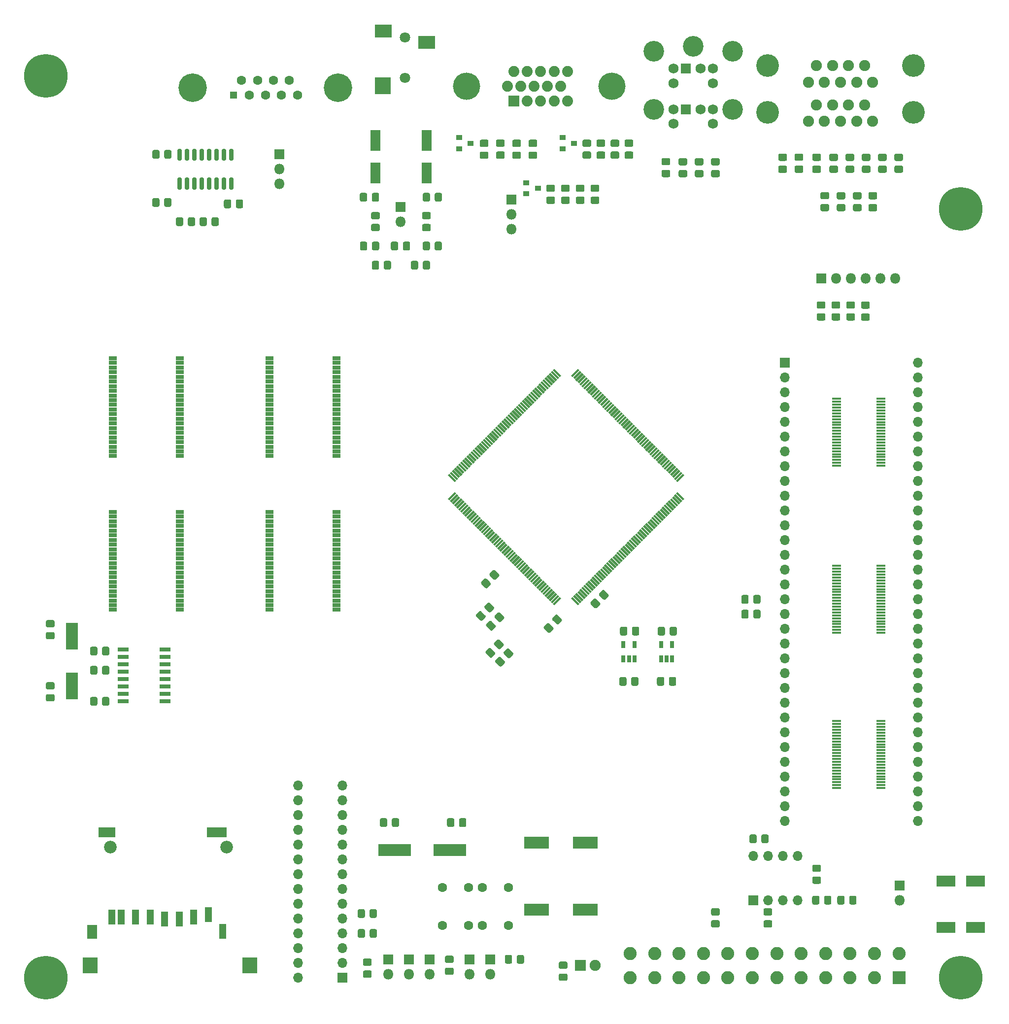
<source format=gbr>
%TF.GenerationSoftware,KiCad,Pcbnew,(5.1.6)-1*%
%TF.CreationDate,2022-06-23T16:10:58-04:00*%
%TF.ProjectId,MigStorm-ITX,4d696753-746f-4726-9d2d-4954582e6b69,rev?*%
%TF.SameCoordinates,Original*%
%TF.FileFunction,Soldermask,Top*%
%TF.FilePolarity,Negative*%
%FSLAX46Y46*%
G04 Gerber Fmt 4.6, Leading zero omitted, Abs format (unit mm)*
G04 Created by KiCad (PCBNEW (5.1.6)-1) date 2022-06-23 16:10:58*
%MOMM*%
%LPD*%
G01*
G04 APERTURE LIST*
%ADD10C,7.500000*%
%ADD11C,0.900000*%
%ADD12R,1.700000X3.600000*%
%ADD13R,1.900000X1.900000*%
%ADD14C,1.900000*%
%ADD15R,1.000000X0.900000*%
%ADD16R,1.925000X0.800000*%
%ADD17R,0.700000X1.300000*%
%ADD18R,1.575000X0.400000*%
%ADD19R,1.800000X1.800000*%
%ADD20O,1.800000X1.800000*%
%ADD21R,2.250000X2.250000*%
%ADD22C,2.250000*%
%ADD23R,1.750000X1.750000*%
%ADD24C,1.750000*%
%ADD25C,3.550000*%
%ADD26R,1.200000X2.600000*%
%ADD27R,1.800000X2.400000*%
%ADD28R,2.900000X1.800000*%
%ADD29R,3.400000X1.800000*%
%ADD30R,2.600000X2.700000*%
%ADD31C,2.185000*%
%ADD32C,3.910000*%
%ADD33R,1.300000X1.300000*%
%ADD34C,1.600000*%
%ADD35C,4.900000*%
%ADD36R,2.900000X2.300000*%
%ADD37R,2.700000X2.900000*%
%ADD38C,1.800000*%
%ADD39R,1.885000X1.885000*%
%ADD40C,1.885000*%
%ADD41C,4.675000*%
%ADD42C,0.100000*%
%ADD43R,1.395000X0.700000*%
%ADD44R,1.700000X1.700000*%
%ADD45O,1.700000X1.700000*%
%ADD46R,5.600000X2.100000*%
%ADD47R,2.100000X4.600000*%
%ADD48R,4.350000X2.150000*%
%ADD49R,3.250000X1.900000*%
G04 APERTURE END LIST*
D10*
%TO.C,REF\u002A\u002A*%
X133604000Y-221996000D03*
D11*
X136379000Y-221996000D03*
X135566221Y-223958221D03*
X133604000Y-224771000D03*
X131641779Y-223958221D03*
X130829000Y-221996000D03*
X131641779Y-220033779D03*
X133604000Y-219221000D03*
X135566221Y-220033779D03*
%TD*%
D10*
%TO.C,REF\u002A\u002A*%
X290830000Y-221996000D03*
D11*
X293605000Y-221996000D03*
X292792221Y-223958221D03*
X290830000Y-224771000D03*
X288867779Y-223958221D03*
X288055000Y-221996000D03*
X288867779Y-220033779D03*
X290830000Y-219221000D03*
X292792221Y-220033779D03*
%TD*%
D10*
%TO.C,REF\u002A\u002A*%
X290830000Y-89916000D03*
D11*
X293605000Y-89916000D03*
X292792221Y-91878221D03*
X290830000Y-92691000D03*
X288867779Y-91878221D03*
X288055000Y-89916000D03*
X288867779Y-87953779D03*
X290830000Y-87141000D03*
X292792221Y-87953779D03*
%TD*%
%TO.C,REF\u002A\u002A*%
X135566221Y-65093779D03*
X133604000Y-64281000D03*
X131641779Y-65093779D03*
X130829000Y-67056000D03*
X131641779Y-69018221D03*
X133604000Y-69831000D03*
X135566221Y-69018221D03*
X136379000Y-67056000D03*
D10*
X133604000Y-67056000D03*
%TD*%
%TO.C,C1*%
G36*
G01*
X240675000Y-171547262D02*
X240675000Y-170590738D01*
G75*
G02*
X240946738Y-170319000I271738J0D01*
G01*
X241653262Y-170319000D01*
G75*
G02*
X241925000Y-170590738I0J-271738D01*
G01*
X241925000Y-171547262D01*
G75*
G02*
X241653262Y-171819000I-271738J0D01*
G01*
X240946738Y-171819000D01*
G75*
G02*
X240675000Y-171547262I0J271738D01*
G01*
G37*
G36*
G01*
X238625000Y-171547262D02*
X238625000Y-170590738D01*
G75*
G02*
X238896738Y-170319000I271738J0D01*
G01*
X239603262Y-170319000D01*
G75*
G02*
X239875000Y-170590738I0J-271738D01*
G01*
X239875000Y-171547262D01*
G75*
G02*
X239603262Y-171819000I-271738J0D01*
G01*
X238896738Y-171819000D01*
G75*
G02*
X238625000Y-171547262I0J271738D01*
G01*
G37*
%TD*%
%TO.C,C2*%
G36*
G01*
X234198000Y-171547262D02*
X234198000Y-170590738D01*
G75*
G02*
X234469738Y-170319000I271738J0D01*
G01*
X235176262Y-170319000D01*
G75*
G02*
X235448000Y-170590738I0J-271738D01*
G01*
X235448000Y-171547262D01*
G75*
G02*
X235176262Y-171819000I-271738J0D01*
G01*
X234469738Y-171819000D01*
G75*
G02*
X234198000Y-171547262I0J271738D01*
G01*
G37*
G36*
G01*
X232148000Y-171547262D02*
X232148000Y-170590738D01*
G75*
G02*
X232419738Y-170319000I271738J0D01*
G01*
X233126262Y-170319000D01*
G75*
G02*
X233398000Y-170590738I0J-271738D01*
G01*
X233398000Y-171547262D01*
G75*
G02*
X233126262Y-171819000I-271738J0D01*
G01*
X232419738Y-171819000D01*
G75*
G02*
X232148000Y-171547262I0J271738D01*
G01*
G37*
%TD*%
%TO.C,C4*%
G36*
G01*
X238752000Y-162911262D02*
X238752000Y-161954738D01*
G75*
G02*
X239023738Y-161683000I271738J0D01*
G01*
X239730262Y-161683000D01*
G75*
G02*
X240002000Y-161954738I0J-271738D01*
G01*
X240002000Y-162911262D01*
G75*
G02*
X239730262Y-163183000I-271738J0D01*
G01*
X239023738Y-163183000D01*
G75*
G02*
X238752000Y-162911262I0J271738D01*
G01*
G37*
G36*
G01*
X240802000Y-162911262D02*
X240802000Y-161954738D01*
G75*
G02*
X241073738Y-161683000I271738J0D01*
G01*
X241780262Y-161683000D01*
G75*
G02*
X242052000Y-161954738I0J-271738D01*
G01*
X242052000Y-162911262D01*
G75*
G02*
X241780262Y-163183000I-271738J0D01*
G01*
X241073738Y-163183000D01*
G75*
G02*
X240802000Y-162911262I0J271738D01*
G01*
G37*
%TD*%
%TO.C,C5*%
G36*
G01*
X232275000Y-162911262D02*
X232275000Y-161954738D01*
G75*
G02*
X232546738Y-161683000I271738J0D01*
G01*
X233253262Y-161683000D01*
G75*
G02*
X233525000Y-161954738I0J-271738D01*
G01*
X233525000Y-162911262D01*
G75*
G02*
X233253262Y-163183000I-271738J0D01*
G01*
X232546738Y-163183000D01*
G75*
G02*
X232275000Y-162911262I0J271738D01*
G01*
G37*
G36*
G01*
X234325000Y-162911262D02*
X234325000Y-161954738D01*
G75*
G02*
X234596738Y-161683000I271738J0D01*
G01*
X235303262Y-161683000D01*
G75*
G02*
X235575000Y-161954738I0J-271738D01*
G01*
X235575000Y-162911262D01*
G75*
G02*
X235303262Y-163183000I-271738J0D01*
G01*
X234596738Y-163183000D01*
G75*
G02*
X234325000Y-162911262I0J271738D01*
G01*
G37*
%TD*%
%TO.C,C8*%
G36*
G01*
X227935673Y-158439692D02*
X227259308Y-157763328D01*
G75*
G02*
X227259308Y-157379032I192148J192148D01*
G01*
X227758896Y-156879444D01*
G75*
G02*
X228143192Y-156879444I192148J-192148D01*
G01*
X228819556Y-157555808D01*
G75*
G02*
X228819556Y-157940104I-192148J-192148D01*
G01*
X228319968Y-158439692D01*
G75*
G02*
X227935672Y-158439692I-192148J192148D01*
G01*
G37*
G36*
G01*
X229385241Y-156990124D02*
X228708876Y-156313760D01*
G75*
G02*
X228708876Y-155929464I192148J192148D01*
G01*
X229208464Y-155429876D01*
G75*
G02*
X229592760Y-155429876I192148J-192148D01*
G01*
X230269124Y-156106240D01*
G75*
G02*
X230269124Y-156490536I-192148J-192148D01*
G01*
X229769536Y-156990124D01*
G75*
G02*
X229385240Y-156990124I-192148J192148D01*
G01*
G37*
%TD*%
%TO.C,C9*%
G36*
G01*
X221554543Y-159658092D02*
X222230908Y-160334456D01*
G75*
G02*
X222230908Y-160718752I-192148J-192148D01*
G01*
X221731320Y-161218340D01*
G75*
G02*
X221347024Y-161218340I-192148J192148D01*
G01*
X220670660Y-160541976D01*
G75*
G02*
X220670660Y-160157680I192148J192148D01*
G01*
X221170248Y-159658092D01*
G75*
G02*
X221554544Y-159658092I192148J-192148D01*
G01*
G37*
G36*
G01*
X220104975Y-161107660D02*
X220781340Y-161784024D01*
G75*
G02*
X220781340Y-162168320I-192148J-192148D01*
G01*
X220281752Y-162667908D01*
G75*
G02*
X219897456Y-162667908I-192148J192148D01*
G01*
X219221092Y-161991544D01*
G75*
G02*
X219221092Y-161607248I192148J192148D01*
G01*
X219720680Y-161107660D01*
G75*
G02*
X220104976Y-161107660I192148J-192148D01*
G01*
G37*
%TD*%
%TO.C,C33*%
G36*
G01*
X204607000Y-195804262D02*
X204607000Y-194847738D01*
G75*
G02*
X204878738Y-194576000I271738J0D01*
G01*
X205585262Y-194576000D01*
G75*
G02*
X205857000Y-194847738I0J-271738D01*
G01*
X205857000Y-195804262D01*
G75*
G02*
X205585262Y-196076000I-271738J0D01*
G01*
X204878738Y-196076000D01*
G75*
G02*
X204607000Y-195804262I0J271738D01*
G01*
G37*
G36*
G01*
X202557000Y-195804262D02*
X202557000Y-194847738D01*
G75*
G02*
X202828738Y-194576000I271738J0D01*
G01*
X203535262Y-194576000D01*
G75*
G02*
X203807000Y-194847738I0J-271738D01*
G01*
X203807000Y-195804262D01*
G75*
G02*
X203535262Y-196076000I-271738J0D01*
G01*
X202828738Y-196076000D01*
G75*
G02*
X202557000Y-195804262I0J271738D01*
G01*
G37*
%TD*%
%TO.C,C34*%
G36*
G01*
X191018000Y-195804262D02*
X191018000Y-194847738D01*
G75*
G02*
X191289738Y-194576000I271738J0D01*
G01*
X191996262Y-194576000D01*
G75*
G02*
X192268000Y-194847738I0J-271738D01*
G01*
X192268000Y-195804262D01*
G75*
G02*
X191996262Y-196076000I-271738J0D01*
G01*
X191289738Y-196076000D01*
G75*
G02*
X191018000Y-195804262I0J271738D01*
G01*
G37*
G36*
G01*
X193068000Y-195804262D02*
X193068000Y-194847738D01*
G75*
G02*
X193339738Y-194576000I271738J0D01*
G01*
X194046262Y-194576000D01*
G75*
G02*
X194318000Y-194847738I0J-271738D01*
G01*
X194318000Y-195804262D01*
G75*
G02*
X194046262Y-196076000I-271738J0D01*
G01*
X193339738Y-196076000D01*
G75*
G02*
X193068000Y-195804262I0J271738D01*
G01*
G37*
%TD*%
%TO.C,C35*%
G36*
G01*
X266543262Y-203807000D02*
X265586738Y-203807000D01*
G75*
G02*
X265315000Y-203535262I0J271738D01*
G01*
X265315000Y-202828738D01*
G75*
G02*
X265586738Y-202557000I271738J0D01*
G01*
X266543262Y-202557000D01*
G75*
G02*
X266815000Y-202828738I0J-271738D01*
G01*
X266815000Y-203535262D01*
G75*
G02*
X266543262Y-203807000I-271738J0D01*
G01*
G37*
G36*
G01*
X266543262Y-205857000D02*
X265586738Y-205857000D01*
G75*
G02*
X265315000Y-205585262I0J271738D01*
G01*
X265315000Y-204878738D01*
G75*
G02*
X265586738Y-204607000I271738J0D01*
G01*
X266543262Y-204607000D01*
G75*
G02*
X266815000Y-204878738I0J-271738D01*
G01*
X266815000Y-205585262D01*
G75*
G02*
X266543262Y-205857000I-271738J0D01*
G01*
G37*
%TD*%
%TO.C,C36*%
G36*
G01*
X144516000Y-174019738D02*
X144516000Y-174976262D01*
G75*
G02*
X144244262Y-175248000I-271738J0D01*
G01*
X143537738Y-175248000D01*
G75*
G02*
X143266000Y-174976262I0J271738D01*
G01*
X143266000Y-174019738D01*
G75*
G02*
X143537738Y-173748000I271738J0D01*
G01*
X144244262Y-173748000D01*
G75*
G02*
X144516000Y-174019738I0J-271738D01*
G01*
G37*
G36*
G01*
X142466000Y-174019738D02*
X142466000Y-174976262D01*
G75*
G02*
X142194262Y-175248000I-271738J0D01*
G01*
X141487738Y-175248000D01*
G75*
G02*
X141216000Y-174976262I0J271738D01*
G01*
X141216000Y-174019738D01*
G75*
G02*
X141487738Y-173748000I271738J0D01*
G01*
X142194262Y-173748000D01*
G75*
G02*
X142466000Y-174019738I0J-271738D01*
G01*
G37*
%TD*%
%TO.C,C37*%
G36*
G01*
X133887738Y-171206000D02*
X134844262Y-171206000D01*
G75*
G02*
X135116000Y-171477738I0J-271738D01*
G01*
X135116000Y-172184262D01*
G75*
G02*
X134844262Y-172456000I-271738J0D01*
G01*
X133887738Y-172456000D01*
G75*
G02*
X133616000Y-172184262I0J271738D01*
G01*
X133616000Y-171477738D01*
G75*
G02*
X133887738Y-171206000I271738J0D01*
G01*
G37*
G36*
G01*
X133887738Y-173256000D02*
X134844262Y-173256000D01*
G75*
G02*
X135116000Y-173527738I0J-271738D01*
G01*
X135116000Y-174234262D01*
G75*
G02*
X134844262Y-174506000I-271738J0D01*
G01*
X133887738Y-174506000D01*
G75*
G02*
X133616000Y-174234262I0J271738D01*
G01*
X133616000Y-173527738D01*
G75*
G02*
X133887738Y-173256000I271738J0D01*
G01*
G37*
%TD*%
%TO.C,C38*%
G36*
G01*
X271663000Y-209139262D02*
X271663000Y-208182738D01*
G75*
G02*
X271934738Y-207911000I271738J0D01*
G01*
X272641262Y-207911000D01*
G75*
G02*
X272913000Y-208182738I0J-271738D01*
G01*
X272913000Y-209139262D01*
G75*
G02*
X272641262Y-209411000I-271738J0D01*
G01*
X271934738Y-209411000D01*
G75*
G02*
X271663000Y-209139262I0J271738D01*
G01*
G37*
G36*
G01*
X269613000Y-209139262D02*
X269613000Y-208182738D01*
G75*
G02*
X269884738Y-207911000I271738J0D01*
G01*
X270591262Y-207911000D01*
G75*
G02*
X270863000Y-208182738I0J-271738D01*
G01*
X270863000Y-209139262D01*
G75*
G02*
X270591262Y-209411000I-271738J0D01*
G01*
X269884738Y-209411000D01*
G75*
G02*
X269613000Y-209139262I0J271738D01*
G01*
G37*
%TD*%
%TO.C,C39*%
G36*
G01*
X134844262Y-163838000D02*
X133887738Y-163838000D01*
G75*
G02*
X133616000Y-163566262I0J271738D01*
G01*
X133616000Y-162859738D01*
G75*
G02*
X133887738Y-162588000I271738J0D01*
G01*
X134844262Y-162588000D01*
G75*
G02*
X135116000Y-162859738I0J-271738D01*
G01*
X135116000Y-163566262D01*
G75*
G02*
X134844262Y-163838000I-271738J0D01*
G01*
G37*
G36*
G01*
X134844262Y-161788000D02*
X133887738Y-161788000D01*
G75*
G02*
X133616000Y-161516262I0J271738D01*
G01*
X133616000Y-160809738D01*
G75*
G02*
X133887738Y-160538000I271738J0D01*
G01*
X134844262Y-160538000D01*
G75*
G02*
X135116000Y-160809738I0J-271738D01*
G01*
X135116000Y-161516262D01*
G75*
G02*
X134844262Y-161788000I-271738J0D01*
G01*
G37*
%TD*%
%TO.C,C40*%
G36*
G01*
X249144262Y-211300000D02*
X248187738Y-211300000D01*
G75*
G02*
X247916000Y-211028262I0J271738D01*
G01*
X247916000Y-210321738D01*
G75*
G02*
X248187738Y-210050000I271738J0D01*
G01*
X249144262Y-210050000D01*
G75*
G02*
X249416000Y-210321738I0J-271738D01*
G01*
X249416000Y-211028262D01*
G75*
G02*
X249144262Y-211300000I-271738J0D01*
G01*
G37*
G36*
G01*
X249144262Y-213350000D02*
X248187738Y-213350000D01*
G75*
G02*
X247916000Y-213078262I0J271738D01*
G01*
X247916000Y-212371738D01*
G75*
G02*
X248187738Y-212100000I271738J0D01*
G01*
X249144262Y-212100000D01*
G75*
G02*
X249416000Y-212371738I0J-271738D01*
G01*
X249416000Y-213078262D01*
G75*
G02*
X249144262Y-213350000I-271738J0D01*
G01*
G37*
%TD*%
%TO.C,C42*%
G36*
G01*
X155957000Y-92553262D02*
X155957000Y-91596738D01*
G75*
G02*
X156228738Y-91325000I271738J0D01*
G01*
X156935262Y-91325000D01*
G75*
G02*
X157207000Y-91596738I0J-271738D01*
G01*
X157207000Y-92553262D01*
G75*
G02*
X156935262Y-92825000I-271738J0D01*
G01*
X156228738Y-92825000D01*
G75*
G02*
X155957000Y-92553262I0J271738D01*
G01*
G37*
G36*
G01*
X158007000Y-92553262D02*
X158007000Y-91596738D01*
G75*
G02*
X158278738Y-91325000I271738J0D01*
G01*
X158985262Y-91325000D01*
G75*
G02*
X159257000Y-91596738I0J-271738D01*
G01*
X159257000Y-92553262D01*
G75*
G02*
X158985262Y-92825000I-271738J0D01*
G01*
X158278738Y-92825000D01*
G75*
G02*
X158007000Y-92553262I0J271738D01*
G01*
G37*
%TD*%
%TO.C,C43*%
G36*
G01*
X162071000Y-92553262D02*
X162071000Y-91596738D01*
G75*
G02*
X162342738Y-91325000I271738J0D01*
G01*
X163049262Y-91325000D01*
G75*
G02*
X163321000Y-91596738I0J-271738D01*
G01*
X163321000Y-92553262D01*
G75*
G02*
X163049262Y-92825000I-271738J0D01*
G01*
X162342738Y-92825000D01*
G75*
G02*
X162071000Y-92553262I0J271738D01*
G01*
G37*
G36*
G01*
X160021000Y-92553262D02*
X160021000Y-91596738D01*
G75*
G02*
X160292738Y-91325000I271738J0D01*
G01*
X160999262Y-91325000D01*
G75*
G02*
X161271000Y-91596738I0J-271738D01*
G01*
X161271000Y-92553262D01*
G75*
G02*
X160999262Y-92825000I-271738J0D01*
G01*
X160292738Y-92825000D01*
G75*
G02*
X160021000Y-92553262I0J271738D01*
G01*
G37*
%TD*%
%TO.C,C44*%
G36*
G01*
X153152000Y-80039738D02*
X153152000Y-80996262D01*
G75*
G02*
X152880262Y-81268000I-271738J0D01*
G01*
X152173738Y-81268000D01*
G75*
G02*
X151902000Y-80996262I0J271738D01*
G01*
X151902000Y-80039738D01*
G75*
G02*
X152173738Y-79768000I271738J0D01*
G01*
X152880262Y-79768000D01*
G75*
G02*
X153152000Y-80039738I0J-271738D01*
G01*
G37*
G36*
G01*
X155202000Y-80039738D02*
X155202000Y-80996262D01*
G75*
G02*
X154930262Y-81268000I-271738J0D01*
G01*
X154223738Y-81268000D01*
G75*
G02*
X153952000Y-80996262I0J271738D01*
G01*
X153952000Y-80039738D01*
G75*
G02*
X154223738Y-79768000I271738J0D01*
G01*
X154930262Y-79768000D01*
G75*
G02*
X155202000Y-80039738I0J-271738D01*
G01*
G37*
%TD*%
%TO.C,C45*%
G36*
G01*
X151884000Y-89251262D02*
X151884000Y-88294738D01*
G75*
G02*
X152155738Y-88023000I271738J0D01*
G01*
X152862262Y-88023000D01*
G75*
G02*
X153134000Y-88294738I0J-271738D01*
G01*
X153134000Y-89251262D01*
G75*
G02*
X152862262Y-89523000I-271738J0D01*
G01*
X152155738Y-89523000D01*
G75*
G02*
X151884000Y-89251262I0J271738D01*
G01*
G37*
G36*
G01*
X153934000Y-89251262D02*
X153934000Y-88294738D01*
G75*
G02*
X154205738Y-88023000I271738J0D01*
G01*
X154912262Y-88023000D01*
G75*
G02*
X155184000Y-88294738I0J-271738D01*
G01*
X155184000Y-89251262D01*
G75*
G02*
X154912262Y-89523000I-271738J0D01*
G01*
X154205738Y-89523000D01*
G75*
G02*
X153934000Y-89251262I0J271738D01*
G01*
G37*
%TD*%
%TO.C,C46*%
G36*
G01*
X190880000Y-95787738D02*
X190880000Y-96744262D01*
G75*
G02*
X190608262Y-97016000I-271738J0D01*
G01*
X189901738Y-97016000D01*
G75*
G02*
X189630000Y-96744262I0J271738D01*
G01*
X189630000Y-95787738D01*
G75*
G02*
X189901738Y-95516000I271738J0D01*
G01*
X190608262Y-95516000D01*
G75*
G02*
X190880000Y-95787738I0J-271738D01*
G01*
G37*
G36*
G01*
X188830000Y-95787738D02*
X188830000Y-96744262D01*
G75*
G02*
X188558262Y-97016000I-271738J0D01*
G01*
X187851738Y-97016000D01*
G75*
G02*
X187580000Y-96744262I0J271738D01*
G01*
X187580000Y-95787738D01*
G75*
G02*
X187851738Y-95516000I271738J0D01*
G01*
X188558262Y-95516000D01*
G75*
G02*
X188830000Y-95787738I0J-271738D01*
G01*
G37*
%TD*%
%TO.C,C47*%
G36*
G01*
X199616000Y-95787738D02*
X199616000Y-96744262D01*
G75*
G02*
X199344262Y-97016000I-271738J0D01*
G01*
X198637738Y-97016000D01*
G75*
G02*
X198366000Y-96744262I0J271738D01*
G01*
X198366000Y-95787738D01*
G75*
G02*
X198637738Y-95516000I271738J0D01*
G01*
X199344262Y-95516000D01*
G75*
G02*
X199616000Y-95787738I0J-271738D01*
G01*
G37*
G36*
G01*
X201666000Y-95787738D02*
X201666000Y-96744262D01*
G75*
G02*
X201394262Y-97016000I-271738J0D01*
G01*
X200687738Y-97016000D01*
G75*
G02*
X200416000Y-96744262I0J271738D01*
G01*
X200416000Y-95787738D01*
G75*
G02*
X200687738Y-95516000I271738J0D01*
G01*
X201394262Y-95516000D01*
G75*
G02*
X201666000Y-95787738I0J-271738D01*
G01*
G37*
%TD*%
%TO.C,C48*%
G36*
G01*
X165453000Y-88548738D02*
X165453000Y-89505262D01*
G75*
G02*
X165181262Y-89777000I-271738J0D01*
G01*
X164474738Y-89777000D01*
G75*
G02*
X164203000Y-89505262I0J271738D01*
G01*
X164203000Y-88548738D01*
G75*
G02*
X164474738Y-88277000I271738J0D01*
G01*
X165181262Y-88277000D01*
G75*
G02*
X165453000Y-88548738I0J-271738D01*
G01*
G37*
G36*
G01*
X167503000Y-88548738D02*
X167503000Y-89505262D01*
G75*
G02*
X167231262Y-89777000I-271738J0D01*
G01*
X166524738Y-89777000D01*
G75*
G02*
X166253000Y-89505262I0J271738D01*
G01*
X166253000Y-88548738D01*
G75*
G02*
X166524738Y-88277000I271738J0D01*
G01*
X167231262Y-88277000D01*
G75*
G02*
X167503000Y-88548738I0J-271738D01*
G01*
G37*
%TD*%
%TO.C,C49*%
G36*
G01*
X190871000Y-87405738D02*
X190871000Y-88362262D01*
G75*
G02*
X190599262Y-88634000I-271738J0D01*
G01*
X189892738Y-88634000D01*
G75*
G02*
X189621000Y-88362262I0J271738D01*
G01*
X189621000Y-87405738D01*
G75*
G02*
X189892738Y-87134000I271738J0D01*
G01*
X190599262Y-87134000D01*
G75*
G02*
X190871000Y-87405738I0J-271738D01*
G01*
G37*
G36*
G01*
X188821000Y-87405738D02*
X188821000Y-88362262D01*
G75*
G02*
X188549262Y-88634000I-271738J0D01*
G01*
X187842738Y-88634000D01*
G75*
G02*
X187571000Y-88362262I0J271738D01*
G01*
X187571000Y-87405738D01*
G75*
G02*
X187842738Y-87134000I271738J0D01*
G01*
X188549262Y-87134000D01*
G75*
G02*
X188821000Y-87405738I0J-271738D01*
G01*
G37*
%TD*%
%TO.C,C50*%
G36*
G01*
X199625000Y-87405738D02*
X199625000Y-88362262D01*
G75*
G02*
X199353262Y-88634000I-271738J0D01*
G01*
X198646738Y-88634000D01*
G75*
G02*
X198375000Y-88362262I0J271738D01*
G01*
X198375000Y-87405738D01*
G75*
G02*
X198646738Y-87134000I271738J0D01*
G01*
X199353262Y-87134000D01*
G75*
G02*
X199625000Y-87405738I0J-271738D01*
G01*
G37*
G36*
G01*
X201675000Y-87405738D02*
X201675000Y-88362262D01*
G75*
G02*
X201403262Y-88634000I-271738J0D01*
G01*
X200696738Y-88634000D01*
G75*
G02*
X200425000Y-88362262I0J271738D01*
G01*
X200425000Y-87405738D01*
G75*
G02*
X200696738Y-87134000I271738J0D01*
G01*
X201403262Y-87134000D01*
G75*
G02*
X201675000Y-87405738I0J-271738D01*
G01*
G37*
%TD*%
D12*
%TO.C,C51*%
X190246000Y-78105000D03*
X190246000Y-83705000D03*
%TD*%
%TO.C,C52*%
X199009000Y-83699000D03*
X199009000Y-78099000D03*
%TD*%
D13*
%TO.C,D1*%
X225425000Y-219837000D03*
D14*
X227965000Y-219837000D03*
%TD*%
D15*
%TO.C,D2*%
X204597000Y-77663000D03*
X204597000Y-79563000D03*
X206597000Y-78613000D03*
%TD*%
%TO.C,D3*%
X218186000Y-86360000D03*
X216186000Y-87310000D03*
X216186000Y-85410000D03*
%TD*%
%TO.C,D4*%
X222393000Y-77663000D03*
X222393000Y-79563000D03*
X224393000Y-78613000D03*
%TD*%
D16*
%TO.C,IC1*%
X154057000Y-174498000D03*
X154057000Y-173228000D03*
X154057000Y-171958000D03*
X154057000Y-170688000D03*
X154057000Y-169418000D03*
X154057000Y-168148000D03*
X154057000Y-166878000D03*
X154057000Y-165608000D03*
X146933000Y-165608000D03*
X146933000Y-166878000D03*
X146933000Y-168148000D03*
X146933000Y-169418000D03*
X146933000Y-170688000D03*
X146933000Y-171958000D03*
X146933000Y-173228000D03*
X146933000Y-174498000D03*
%TD*%
D17*
%TO.C,IC2*%
X239334000Y-164739000D03*
X241234000Y-164739000D03*
X241234000Y-167239000D03*
X240284000Y-167239000D03*
X239334000Y-167239000D03*
%TD*%
%TO.C,IC3*%
X232857000Y-167239000D03*
X233807000Y-167239000D03*
X234757000Y-167239000D03*
X234757000Y-164739000D03*
X232857000Y-164739000D03*
%TD*%
D18*
%TO.C,IC4*%
X269516000Y-122520000D03*
X269516000Y-123020000D03*
X269516000Y-123520000D03*
X269516000Y-124020000D03*
X269516000Y-124520000D03*
X269516000Y-125020000D03*
X269516000Y-125520000D03*
X269516000Y-126020000D03*
X269516000Y-126520000D03*
X269516000Y-127020000D03*
X269516000Y-127520000D03*
X269516000Y-128020000D03*
X269516000Y-128520000D03*
X269516000Y-129020000D03*
X269516000Y-129520000D03*
X269516000Y-130020000D03*
X269516000Y-130520000D03*
X269516000Y-131020000D03*
X269516000Y-131520000D03*
X269516000Y-132020000D03*
X269516000Y-132520000D03*
X269516000Y-133020000D03*
X269516000Y-133520000D03*
X269516000Y-134020000D03*
X277092000Y-134020000D03*
X277092000Y-133520000D03*
X277092000Y-133020000D03*
X277092000Y-132520000D03*
X277092000Y-132020000D03*
X277092000Y-131520000D03*
X277092000Y-131020000D03*
X277092000Y-130520000D03*
X277092000Y-130020000D03*
X277092000Y-129520000D03*
X277092000Y-129020000D03*
X277092000Y-128520000D03*
X277092000Y-128020000D03*
X277092000Y-127520000D03*
X277092000Y-127020000D03*
X277092000Y-126520000D03*
X277092000Y-126020000D03*
X277092000Y-125520000D03*
X277092000Y-125020000D03*
X277092000Y-124520000D03*
X277092000Y-124020000D03*
X277092000Y-123520000D03*
X277092000Y-123020000D03*
X277092000Y-122520000D03*
%TD*%
%TO.C,IC5*%
X277092000Y-151222000D03*
X277092000Y-151722000D03*
X277092000Y-152222000D03*
X277092000Y-152722000D03*
X277092000Y-153222000D03*
X277092000Y-153722000D03*
X277092000Y-154222000D03*
X277092000Y-154722000D03*
X277092000Y-155222000D03*
X277092000Y-155722000D03*
X277092000Y-156222000D03*
X277092000Y-156722000D03*
X277092000Y-157222000D03*
X277092000Y-157722000D03*
X277092000Y-158222000D03*
X277092000Y-158722000D03*
X277092000Y-159222000D03*
X277092000Y-159722000D03*
X277092000Y-160222000D03*
X277092000Y-160722000D03*
X277092000Y-161222000D03*
X277092000Y-161722000D03*
X277092000Y-162222000D03*
X277092000Y-162722000D03*
X269516000Y-162722000D03*
X269516000Y-162222000D03*
X269516000Y-161722000D03*
X269516000Y-161222000D03*
X269516000Y-160722000D03*
X269516000Y-160222000D03*
X269516000Y-159722000D03*
X269516000Y-159222000D03*
X269516000Y-158722000D03*
X269516000Y-158222000D03*
X269516000Y-157722000D03*
X269516000Y-157222000D03*
X269516000Y-156722000D03*
X269516000Y-156222000D03*
X269516000Y-155722000D03*
X269516000Y-155222000D03*
X269516000Y-154722000D03*
X269516000Y-154222000D03*
X269516000Y-153722000D03*
X269516000Y-153222000D03*
X269516000Y-152722000D03*
X269516000Y-152222000D03*
X269516000Y-151722000D03*
X269516000Y-151222000D03*
%TD*%
%TO.C,IC6*%
X269516000Y-177892000D03*
X269516000Y-178392000D03*
X269516000Y-178892000D03*
X269516000Y-179392000D03*
X269516000Y-179892000D03*
X269516000Y-180392000D03*
X269516000Y-180892000D03*
X269516000Y-181392000D03*
X269516000Y-181892000D03*
X269516000Y-182392000D03*
X269516000Y-182892000D03*
X269516000Y-183392000D03*
X269516000Y-183892000D03*
X269516000Y-184392000D03*
X269516000Y-184892000D03*
X269516000Y-185392000D03*
X269516000Y-185892000D03*
X269516000Y-186392000D03*
X269516000Y-186892000D03*
X269516000Y-187392000D03*
X269516000Y-187892000D03*
X269516000Y-188392000D03*
X269516000Y-188892000D03*
X269516000Y-189392000D03*
X277092000Y-189392000D03*
X277092000Y-188892000D03*
X277092000Y-188392000D03*
X277092000Y-187892000D03*
X277092000Y-187392000D03*
X277092000Y-186892000D03*
X277092000Y-186392000D03*
X277092000Y-185892000D03*
X277092000Y-185392000D03*
X277092000Y-184892000D03*
X277092000Y-184392000D03*
X277092000Y-183892000D03*
X277092000Y-183392000D03*
X277092000Y-182892000D03*
X277092000Y-182392000D03*
X277092000Y-181892000D03*
X277092000Y-181392000D03*
X277092000Y-180892000D03*
X277092000Y-180392000D03*
X277092000Y-179892000D03*
X277092000Y-179392000D03*
X277092000Y-178892000D03*
X277092000Y-178392000D03*
X277092000Y-177892000D03*
%TD*%
D19*
%TO.C,J1*%
X266827000Y-101854000D03*
D20*
X269367000Y-101854000D03*
X271907000Y-101854000D03*
X274447000Y-101854000D03*
X276987000Y-101854000D03*
X279527000Y-101854000D03*
%TD*%
D21*
%TO.C,J2*%
X280207000Y-222005000D03*
D22*
X276007000Y-222005000D03*
X271807000Y-222005000D03*
X267607000Y-222005000D03*
X263407000Y-222005000D03*
X259207000Y-222005000D03*
X255007000Y-222005000D03*
X250807000Y-222005000D03*
X246607000Y-222005000D03*
X242407000Y-222005000D03*
X238207000Y-222005000D03*
X234007000Y-222005000D03*
X280207000Y-217805000D03*
X276007000Y-217805000D03*
X271807000Y-217805000D03*
X267607000Y-217805000D03*
X263407000Y-217805000D03*
X259207000Y-217805000D03*
X255007000Y-217805000D03*
X250807000Y-217805000D03*
X246607000Y-217805000D03*
X242407000Y-217805000D03*
X238207000Y-217805000D03*
X234007000Y-217805000D03*
%TD*%
D19*
%TO.C,J3*%
X199517000Y-218821000D03*
D20*
X199517000Y-221361000D03*
%TD*%
D19*
%TO.C,J4*%
X195961000Y-218821000D03*
D20*
X195961000Y-221361000D03*
%TD*%
D19*
%TO.C,J5*%
X213614000Y-88265000D03*
D20*
X213614000Y-90805000D03*
X213614000Y-93345000D03*
%TD*%
%TO.C,J6*%
X192405000Y-221361000D03*
D19*
X192405000Y-218821000D03*
%TD*%
D23*
%TO.C,J7*%
X243556000Y-65776000D03*
D24*
X246156000Y-65776000D03*
X241456000Y-65776000D03*
X248256000Y-65776000D03*
X241456000Y-68276000D03*
X248256000Y-68276000D03*
D23*
X243556000Y-72776000D03*
D24*
X246156000Y-72776000D03*
X241456000Y-72776000D03*
X248256000Y-72776000D03*
X241456000Y-75276000D03*
X248256000Y-75276000D03*
D25*
X251606000Y-62776000D03*
X244856000Y-61976000D03*
X238106000Y-62776000D03*
X251606000Y-72776000D03*
X238106000Y-72776000D03*
%TD*%
D19*
%TO.C,J8*%
X209931000Y-218821000D03*
D20*
X209931000Y-221361000D03*
%TD*%
%TO.C,J9*%
X206375000Y-221361000D03*
D19*
X206375000Y-218821000D03*
%TD*%
D20*
%TO.C,J10*%
X173736000Y-85598000D03*
X173736000Y-83058000D03*
D19*
X173736000Y-80518000D03*
%TD*%
D26*
%TO.C,J11*%
X161531000Y-211103000D03*
X159031000Y-211603000D03*
X156531000Y-211903000D03*
X154031000Y-211903000D03*
X151531000Y-211603000D03*
X149031000Y-211603000D03*
X146531000Y-211603000D03*
X144906000Y-211603000D03*
X164031000Y-214003000D03*
D27*
X141531000Y-214103000D03*
D28*
X144106000Y-197003000D03*
D29*
X163006000Y-197003000D03*
D30*
X168656000Y-219823000D03*
X141256000Y-219823000D03*
D31*
X164656000Y-199503000D03*
X144656000Y-199503000D03*
%TD*%
D20*
%TO.C,J12*%
X194564000Y-92075000D03*
D19*
X194564000Y-89535000D03*
%TD*%
D14*
%TO.C,J13*%
X266010000Y-72028000D03*
X274320000Y-72028000D03*
X271550000Y-72028000D03*
X268780000Y-72028000D03*
X264625000Y-74868000D03*
X267395000Y-74868000D03*
X275705000Y-74868000D03*
X272935000Y-74868000D03*
X266010000Y-65278000D03*
X274320000Y-65278000D03*
X271550000Y-65278000D03*
X268780000Y-65278000D03*
X264625000Y-68118000D03*
X267395000Y-68118000D03*
X275705000Y-68118000D03*
X272935000Y-68118000D03*
X270165000Y-74868000D03*
X270165000Y-68118000D03*
D32*
X257675000Y-73278000D03*
X257675000Y-65278000D03*
X282655000Y-65278000D03*
X282655000Y-73278000D03*
%TD*%
D33*
%TO.C,J14*%
X165862000Y-70358000D03*
D34*
X167232000Y-67818000D03*
X168602000Y-70358000D03*
X169972000Y-67818000D03*
X171342000Y-70358000D03*
X172712000Y-67818000D03*
X174082000Y-70358000D03*
X175452000Y-67818000D03*
X176822000Y-70358000D03*
D35*
X158847000Y-69088000D03*
X183837000Y-69088000D03*
%TD*%
D36*
%TO.C,J15*%
X191626000Y-59296000D03*
D37*
X191526000Y-68696000D03*
D36*
X199026000Y-61296000D03*
D38*
X195326000Y-60396000D03*
X195326000Y-67396000D03*
%TD*%
D39*
%TO.C,J16*%
X214066000Y-71374000D03*
D40*
X216356000Y-71374000D03*
X218646000Y-71374000D03*
X220936000Y-71374000D03*
X223226000Y-71374000D03*
X212921000Y-68834000D03*
X215211000Y-68834000D03*
X217501000Y-68834000D03*
X219791000Y-68834000D03*
X222081000Y-68834000D03*
X214066000Y-66294000D03*
X216356000Y-66294000D03*
X218646000Y-66294000D03*
X220936000Y-66294000D03*
X223226000Y-66294000D03*
D41*
X205896000Y-68834000D03*
X230886000Y-68834000D03*
%TD*%
%TO.C,R1*%
G36*
G01*
X256421000Y-156493738D02*
X256421000Y-157450262D01*
G75*
G02*
X256149262Y-157722000I-271738J0D01*
G01*
X255442738Y-157722000D01*
G75*
G02*
X255171000Y-157450262I0J271738D01*
G01*
X255171000Y-156493738D01*
G75*
G02*
X255442738Y-156222000I271738J0D01*
G01*
X256149262Y-156222000D01*
G75*
G02*
X256421000Y-156493738I0J-271738D01*
G01*
G37*
G36*
G01*
X254371000Y-156493738D02*
X254371000Y-157450262D01*
G75*
G02*
X254099262Y-157722000I-271738J0D01*
G01*
X253392738Y-157722000D01*
G75*
G02*
X253121000Y-157450262I0J271738D01*
G01*
X253121000Y-156493738D01*
G75*
G02*
X253392738Y-156222000I271738J0D01*
G01*
X254099262Y-156222000D01*
G75*
G02*
X254371000Y-156493738I0J-271738D01*
G01*
G37*
%TD*%
%TO.C,R2*%
G36*
G01*
X254371000Y-159033738D02*
X254371000Y-159990262D01*
G75*
G02*
X254099262Y-160262000I-271738J0D01*
G01*
X253392738Y-160262000D01*
G75*
G02*
X253121000Y-159990262I0J271738D01*
G01*
X253121000Y-159033738D01*
G75*
G02*
X253392738Y-158762000I271738J0D01*
G01*
X254099262Y-158762000D01*
G75*
G02*
X254371000Y-159033738I0J-271738D01*
G01*
G37*
G36*
G01*
X256421000Y-159033738D02*
X256421000Y-159990262D01*
G75*
G02*
X256149262Y-160262000I-271738J0D01*
G01*
X255442738Y-160262000D01*
G75*
G02*
X255171000Y-159990262I0J271738D01*
G01*
X255171000Y-159033738D01*
G75*
G02*
X255442738Y-158762000I271738J0D01*
G01*
X256149262Y-158762000D01*
G75*
G02*
X256421000Y-159033738I0J-271738D01*
G01*
G37*
%TD*%
%TO.C,R3*%
G36*
G01*
X266348738Y-107833000D02*
X267305262Y-107833000D01*
G75*
G02*
X267577000Y-108104738I0J-271738D01*
G01*
X267577000Y-108811262D01*
G75*
G02*
X267305262Y-109083000I-271738J0D01*
G01*
X266348738Y-109083000D01*
G75*
G02*
X266077000Y-108811262I0J271738D01*
G01*
X266077000Y-108104738D01*
G75*
G02*
X266348738Y-107833000I271738J0D01*
G01*
G37*
G36*
G01*
X266348738Y-105783000D02*
X267305262Y-105783000D01*
G75*
G02*
X267577000Y-106054738I0J-271738D01*
G01*
X267577000Y-106761262D01*
G75*
G02*
X267305262Y-107033000I-271738J0D01*
G01*
X266348738Y-107033000D01*
G75*
G02*
X266077000Y-106761262I0J271738D01*
G01*
X266077000Y-106054738D01*
G75*
G02*
X266348738Y-105783000I271738J0D01*
G01*
G37*
%TD*%
%TO.C,R4*%
G36*
G01*
X268888738Y-107833000D02*
X269845262Y-107833000D01*
G75*
G02*
X270117000Y-108104738I0J-271738D01*
G01*
X270117000Y-108811262D01*
G75*
G02*
X269845262Y-109083000I-271738J0D01*
G01*
X268888738Y-109083000D01*
G75*
G02*
X268617000Y-108811262I0J271738D01*
G01*
X268617000Y-108104738D01*
G75*
G02*
X268888738Y-107833000I271738J0D01*
G01*
G37*
G36*
G01*
X268888738Y-105783000D02*
X269845262Y-105783000D01*
G75*
G02*
X270117000Y-106054738I0J-271738D01*
G01*
X270117000Y-106761262D01*
G75*
G02*
X269845262Y-107033000I-271738J0D01*
G01*
X268888738Y-107033000D01*
G75*
G02*
X268617000Y-106761262I0J271738D01*
G01*
X268617000Y-106054738D01*
G75*
G02*
X268888738Y-105783000I271738J0D01*
G01*
G37*
%TD*%
%TO.C,R5*%
G36*
G01*
X271428738Y-105783000D02*
X272385262Y-105783000D01*
G75*
G02*
X272657000Y-106054738I0J-271738D01*
G01*
X272657000Y-106761262D01*
G75*
G02*
X272385262Y-107033000I-271738J0D01*
G01*
X271428738Y-107033000D01*
G75*
G02*
X271157000Y-106761262I0J271738D01*
G01*
X271157000Y-106054738D01*
G75*
G02*
X271428738Y-105783000I271738J0D01*
G01*
G37*
G36*
G01*
X271428738Y-107833000D02*
X272385262Y-107833000D01*
G75*
G02*
X272657000Y-108104738I0J-271738D01*
G01*
X272657000Y-108811262D01*
G75*
G02*
X272385262Y-109083000I-271738J0D01*
G01*
X271428738Y-109083000D01*
G75*
G02*
X271157000Y-108811262I0J271738D01*
G01*
X271157000Y-108104738D01*
G75*
G02*
X271428738Y-107833000I271738J0D01*
G01*
G37*
%TD*%
%TO.C,R6*%
G36*
G01*
X273968738Y-107851000D02*
X274925262Y-107851000D01*
G75*
G02*
X275197000Y-108122738I0J-271738D01*
G01*
X275197000Y-108829262D01*
G75*
G02*
X274925262Y-109101000I-271738J0D01*
G01*
X273968738Y-109101000D01*
G75*
G02*
X273697000Y-108829262I0J271738D01*
G01*
X273697000Y-108122738D01*
G75*
G02*
X273968738Y-107851000I271738J0D01*
G01*
G37*
G36*
G01*
X273968738Y-105801000D02*
X274925262Y-105801000D01*
G75*
G02*
X275197000Y-106072738I0J-271738D01*
G01*
X275197000Y-106779262D01*
G75*
G02*
X274925262Y-107051000I-271738J0D01*
G01*
X273968738Y-107051000D01*
G75*
G02*
X273697000Y-106779262I0J271738D01*
G01*
X273697000Y-106072738D01*
G75*
G02*
X273968738Y-105801000I271738J0D01*
G01*
G37*
%TD*%
%TO.C,R8*%
G36*
G01*
X210589241Y-153561124D02*
X209912876Y-152884760D01*
G75*
G02*
X209912876Y-152500464I192148J192148D01*
G01*
X210412464Y-152000876D01*
G75*
G02*
X210796760Y-152000876I192148J-192148D01*
G01*
X211473124Y-152677240D01*
G75*
G02*
X211473124Y-153061536I-192148J-192148D01*
G01*
X210973536Y-153561124D01*
G75*
G02*
X210589240Y-153561124I-192148J192148D01*
G01*
G37*
G36*
G01*
X209139673Y-155010692D02*
X208463308Y-154334328D01*
G75*
G02*
X208463308Y-153950032I192148J192148D01*
G01*
X208962896Y-153450444D01*
G75*
G02*
X209347192Y-153450444I192148J-192148D01*
G01*
X210023556Y-154126808D01*
G75*
G02*
X210023556Y-154511104I-192148J-192148D01*
G01*
X209523968Y-155010692D01*
G75*
G02*
X209139672Y-155010692I-192148J192148D01*
G01*
G37*
%TD*%
%TO.C,R9*%
G36*
G01*
X213002241Y-167023124D02*
X212325876Y-166346760D01*
G75*
G02*
X212325876Y-165962464I192148J192148D01*
G01*
X212825464Y-165462876D01*
G75*
G02*
X213209760Y-165462876I192148J-192148D01*
G01*
X213886124Y-166139240D01*
G75*
G02*
X213886124Y-166523536I-192148J-192148D01*
G01*
X213386536Y-167023124D01*
G75*
G02*
X213002240Y-167023124I-192148J192148D01*
G01*
G37*
G36*
G01*
X211552673Y-168472692D02*
X210876308Y-167796328D01*
G75*
G02*
X210876308Y-167412032I192148J192148D01*
G01*
X211375896Y-166912444D01*
G75*
G02*
X211760192Y-166912444I192148J-192148D01*
G01*
X212436556Y-167588808D01*
G75*
G02*
X212436556Y-167973104I-192148J-192148D01*
G01*
X211936968Y-168472692D01*
G75*
G02*
X211552672Y-168472692I-192148J192148D01*
G01*
G37*
%TD*%
%TO.C,R10*%
G36*
G01*
X190508000Y-213897738D02*
X190508000Y-214854262D01*
G75*
G02*
X190236262Y-215126000I-271738J0D01*
G01*
X189529738Y-215126000D01*
G75*
G02*
X189258000Y-214854262I0J271738D01*
G01*
X189258000Y-213897738D01*
G75*
G02*
X189529738Y-213626000I271738J0D01*
G01*
X190236262Y-213626000D01*
G75*
G02*
X190508000Y-213897738I0J-271738D01*
G01*
G37*
G36*
G01*
X188458000Y-213897738D02*
X188458000Y-214854262D01*
G75*
G02*
X188186262Y-215126000I-271738J0D01*
G01*
X187479738Y-215126000D01*
G75*
G02*
X187208000Y-214854262I0J271738D01*
G01*
X187208000Y-213897738D01*
G75*
G02*
X187479738Y-213626000I271738J0D01*
G01*
X188186262Y-213626000D01*
G75*
G02*
X188458000Y-213897738I0J-271738D01*
G01*
G37*
%TD*%
%TO.C,R11*%
G36*
G01*
X222982262Y-220462000D02*
X222025738Y-220462000D01*
G75*
G02*
X221754000Y-220190262I0J271738D01*
G01*
X221754000Y-219483738D01*
G75*
G02*
X222025738Y-219212000I271738J0D01*
G01*
X222982262Y-219212000D01*
G75*
G02*
X223254000Y-219483738I0J-271738D01*
G01*
X223254000Y-220190262D01*
G75*
G02*
X222982262Y-220462000I-271738J0D01*
G01*
G37*
G36*
G01*
X222982262Y-222512000D02*
X222025738Y-222512000D01*
G75*
G02*
X221754000Y-222240262I0J271738D01*
G01*
X221754000Y-221533738D01*
G75*
G02*
X222025738Y-221262000I271738J0D01*
G01*
X222982262Y-221262000D01*
G75*
G02*
X223254000Y-221533738I0J-271738D01*
G01*
X223254000Y-222240262D01*
G75*
G02*
X222982262Y-222512000I-271738J0D01*
G01*
G37*
%TD*%
%TO.C,R12*%
G36*
G01*
X256559000Y-198598262D02*
X256559000Y-197641738D01*
G75*
G02*
X256830738Y-197370000I271738J0D01*
G01*
X257537262Y-197370000D01*
G75*
G02*
X257809000Y-197641738I0J-271738D01*
G01*
X257809000Y-198598262D01*
G75*
G02*
X257537262Y-198870000I-271738J0D01*
G01*
X256830738Y-198870000D01*
G75*
G02*
X256559000Y-198598262I0J271738D01*
G01*
G37*
G36*
G01*
X254509000Y-198598262D02*
X254509000Y-197641738D01*
G75*
G02*
X254780738Y-197370000I271738J0D01*
G01*
X255487262Y-197370000D01*
G75*
G02*
X255759000Y-197641738I0J-271738D01*
G01*
X255759000Y-198598262D01*
G75*
G02*
X255487262Y-198870000I-271738J0D01*
G01*
X254780738Y-198870000D01*
G75*
G02*
X254509000Y-198598262I0J271738D01*
G01*
G37*
%TD*%
%TO.C,R13*%
G36*
G01*
X257204738Y-210059000D02*
X258161262Y-210059000D01*
G75*
G02*
X258433000Y-210330738I0J-271738D01*
G01*
X258433000Y-211037262D01*
G75*
G02*
X258161262Y-211309000I-271738J0D01*
G01*
X257204738Y-211309000D01*
G75*
G02*
X256933000Y-211037262I0J271738D01*
G01*
X256933000Y-210330738D01*
G75*
G02*
X257204738Y-210059000I271738J0D01*
G01*
G37*
G36*
G01*
X257204738Y-212109000D02*
X258161262Y-212109000D01*
G75*
G02*
X258433000Y-212380738I0J-271738D01*
G01*
X258433000Y-213087262D01*
G75*
G02*
X258161262Y-213359000I-271738J0D01*
G01*
X257204738Y-213359000D01*
G75*
G02*
X256933000Y-213087262I0J271738D01*
G01*
X256933000Y-212380738D01*
G75*
G02*
X257204738Y-212109000I271738J0D01*
G01*
G37*
%TD*%
%TO.C,R14*%
G36*
G01*
X188440000Y-210468738D02*
X188440000Y-211425262D01*
G75*
G02*
X188168262Y-211697000I-271738J0D01*
G01*
X187461738Y-211697000D01*
G75*
G02*
X187190000Y-211425262I0J271738D01*
G01*
X187190000Y-210468738D01*
G75*
G02*
X187461738Y-210197000I271738J0D01*
G01*
X188168262Y-210197000D01*
G75*
G02*
X188440000Y-210468738I0J-271738D01*
G01*
G37*
G36*
G01*
X190490000Y-210468738D02*
X190490000Y-211425262D01*
G75*
G02*
X190218262Y-211697000I-271738J0D01*
G01*
X189511738Y-211697000D01*
G75*
G02*
X189240000Y-211425262I0J271738D01*
G01*
X189240000Y-210468738D01*
G75*
G02*
X189511738Y-210197000I271738J0D01*
G01*
X190218262Y-210197000D01*
G75*
G02*
X190490000Y-210468738I0J-271738D01*
G01*
G37*
%TD*%
%TO.C,R15*%
G36*
G01*
X215781000Y-218342738D02*
X215781000Y-219299262D01*
G75*
G02*
X215509262Y-219571000I-271738J0D01*
G01*
X214802738Y-219571000D01*
G75*
G02*
X214531000Y-219299262I0J271738D01*
G01*
X214531000Y-218342738D01*
G75*
G02*
X214802738Y-218071000I271738J0D01*
G01*
X215509262Y-218071000D01*
G75*
G02*
X215781000Y-218342738I0J-271738D01*
G01*
G37*
G36*
G01*
X213731000Y-218342738D02*
X213731000Y-219299262D01*
G75*
G02*
X213459262Y-219571000I-271738J0D01*
G01*
X212752738Y-219571000D01*
G75*
G02*
X212481000Y-219299262I0J271738D01*
G01*
X212481000Y-218342738D01*
G75*
G02*
X212752738Y-218071000I271738J0D01*
G01*
X213459262Y-218071000D01*
G75*
G02*
X213731000Y-218342738I0J-271738D01*
G01*
G37*
%TD*%
%TO.C,R16*%
G36*
G01*
X144516000Y-168685738D02*
X144516000Y-169642262D01*
G75*
G02*
X144244262Y-169914000I-271738J0D01*
G01*
X143537738Y-169914000D01*
G75*
G02*
X143266000Y-169642262I0J271738D01*
G01*
X143266000Y-168685738D01*
G75*
G02*
X143537738Y-168414000I271738J0D01*
G01*
X144244262Y-168414000D01*
G75*
G02*
X144516000Y-168685738I0J-271738D01*
G01*
G37*
G36*
G01*
X142466000Y-168685738D02*
X142466000Y-169642262D01*
G75*
G02*
X142194262Y-169914000I-271738J0D01*
G01*
X141487738Y-169914000D01*
G75*
G02*
X141216000Y-169642262I0J271738D01*
G01*
X141216000Y-168685738D01*
G75*
G02*
X141487738Y-168414000I271738J0D01*
G01*
X142194262Y-168414000D01*
G75*
G02*
X142466000Y-168685738I0J-271738D01*
G01*
G37*
%TD*%
%TO.C,R17*%
G36*
G01*
X143266000Y-166340262D02*
X143266000Y-165383738D01*
G75*
G02*
X143537738Y-165112000I271738J0D01*
G01*
X144244262Y-165112000D01*
G75*
G02*
X144516000Y-165383738I0J-271738D01*
G01*
X144516000Y-166340262D01*
G75*
G02*
X144244262Y-166612000I-271738J0D01*
G01*
X143537738Y-166612000D01*
G75*
G02*
X143266000Y-166340262I0J271738D01*
G01*
G37*
G36*
G01*
X141216000Y-166340262D02*
X141216000Y-165383738D01*
G75*
G02*
X141487738Y-165112000I271738J0D01*
G01*
X142194262Y-165112000D01*
G75*
G02*
X142466000Y-165383738I0J-271738D01*
G01*
X142466000Y-166340262D01*
G75*
G02*
X142194262Y-166612000I-271738J0D01*
G01*
X141487738Y-166612000D01*
G75*
G02*
X141216000Y-166340262I0J271738D01*
G01*
G37*
%TD*%
%TO.C,R18*%
G36*
G01*
X267345000Y-209139262D02*
X267345000Y-208182738D01*
G75*
G02*
X267616738Y-207911000I271738J0D01*
G01*
X268323262Y-207911000D01*
G75*
G02*
X268595000Y-208182738I0J-271738D01*
G01*
X268595000Y-209139262D01*
G75*
G02*
X268323262Y-209411000I-271738J0D01*
G01*
X267616738Y-209411000D01*
G75*
G02*
X267345000Y-209139262I0J271738D01*
G01*
G37*
G36*
G01*
X265295000Y-209139262D02*
X265295000Y-208182738D01*
G75*
G02*
X265566738Y-207911000I271738J0D01*
G01*
X266273262Y-207911000D01*
G75*
G02*
X266545000Y-208182738I0J-271738D01*
G01*
X266545000Y-209139262D01*
G75*
G02*
X266273262Y-209411000I-271738J0D01*
G01*
X265566738Y-209411000D01*
G75*
G02*
X265295000Y-209139262I0J271738D01*
G01*
G37*
%TD*%
%TO.C,R19*%
G36*
G01*
X211648543Y-159277092D02*
X212324908Y-159953456D01*
G75*
G02*
X212324908Y-160337752I-192148J-192148D01*
G01*
X211825320Y-160837340D01*
G75*
G02*
X211441024Y-160837340I-192148J192148D01*
G01*
X210764660Y-160160976D01*
G75*
G02*
X210764660Y-159776680I192148J192148D01*
G01*
X211264248Y-159277092D01*
G75*
G02*
X211648544Y-159277092I192148J-192148D01*
G01*
G37*
G36*
G01*
X210198975Y-160726660D02*
X210875340Y-161403024D01*
G75*
G02*
X210875340Y-161787320I-192148J-192148D01*
G01*
X210375752Y-162286908D01*
G75*
G02*
X209991456Y-162286908I-192148J192148D01*
G01*
X209315092Y-161610544D01*
G75*
G02*
X209315092Y-161226248I192148J192148D01*
G01*
X209814680Y-160726660D01*
G75*
G02*
X210198976Y-160726660I192148J-192148D01*
G01*
G37*
%TD*%
%TO.C,R20*%
G36*
G01*
X188370738Y-220736000D02*
X189327262Y-220736000D01*
G75*
G02*
X189599000Y-221007738I0J-271738D01*
G01*
X189599000Y-221714262D01*
G75*
G02*
X189327262Y-221986000I-271738J0D01*
G01*
X188370738Y-221986000D01*
G75*
G02*
X188099000Y-221714262I0J271738D01*
G01*
X188099000Y-221007738D01*
G75*
G02*
X188370738Y-220736000I271738J0D01*
G01*
G37*
G36*
G01*
X188370738Y-218686000D02*
X189327262Y-218686000D01*
G75*
G02*
X189599000Y-218957738I0J-271738D01*
G01*
X189599000Y-219664262D01*
G75*
G02*
X189327262Y-219936000I-271738J0D01*
G01*
X188370738Y-219936000D01*
G75*
G02*
X188099000Y-219664262I0J271738D01*
G01*
X188099000Y-218957738D01*
G75*
G02*
X188370738Y-218686000I271738J0D01*
G01*
G37*
%TD*%
%TO.C,R21*%
G36*
G01*
X239678738Y-81145000D02*
X240635262Y-81145000D01*
G75*
G02*
X240907000Y-81416738I0J-271738D01*
G01*
X240907000Y-82123262D01*
G75*
G02*
X240635262Y-82395000I-271738J0D01*
G01*
X239678738Y-82395000D01*
G75*
G02*
X239407000Y-82123262I0J271738D01*
G01*
X239407000Y-81416738D01*
G75*
G02*
X239678738Y-81145000I271738J0D01*
G01*
G37*
G36*
G01*
X239678738Y-83195000D02*
X240635262Y-83195000D01*
G75*
G02*
X240907000Y-83466738I0J-271738D01*
G01*
X240907000Y-84173262D01*
G75*
G02*
X240635262Y-84445000I-271738J0D01*
G01*
X239678738Y-84445000D01*
G75*
G02*
X239407000Y-84173262I0J271738D01*
G01*
X239407000Y-83466738D01*
G75*
G02*
X239678738Y-83195000I271738J0D01*
G01*
G37*
%TD*%
%TO.C,R22*%
G36*
G01*
X242599738Y-81163000D02*
X243556262Y-81163000D01*
G75*
G02*
X243828000Y-81434738I0J-271738D01*
G01*
X243828000Y-82141262D01*
G75*
G02*
X243556262Y-82413000I-271738J0D01*
G01*
X242599738Y-82413000D01*
G75*
G02*
X242328000Y-82141262I0J271738D01*
G01*
X242328000Y-81434738D01*
G75*
G02*
X242599738Y-81163000I271738J0D01*
G01*
G37*
G36*
G01*
X242599738Y-83213000D02*
X243556262Y-83213000D01*
G75*
G02*
X243828000Y-83484738I0J-271738D01*
G01*
X243828000Y-84191262D01*
G75*
G02*
X243556262Y-84463000I-271738J0D01*
G01*
X242599738Y-84463000D01*
G75*
G02*
X242328000Y-84191262I0J271738D01*
G01*
X242328000Y-83484738D01*
G75*
G02*
X242599738Y-83213000I271738J0D01*
G01*
G37*
%TD*%
%TO.C,R23*%
G36*
G01*
X245393738Y-81163000D02*
X246350262Y-81163000D01*
G75*
G02*
X246622000Y-81434738I0J-271738D01*
G01*
X246622000Y-82141262D01*
G75*
G02*
X246350262Y-82413000I-271738J0D01*
G01*
X245393738Y-82413000D01*
G75*
G02*
X245122000Y-82141262I0J271738D01*
G01*
X245122000Y-81434738D01*
G75*
G02*
X245393738Y-81163000I271738J0D01*
G01*
G37*
G36*
G01*
X245393738Y-83213000D02*
X246350262Y-83213000D01*
G75*
G02*
X246622000Y-83484738I0J-271738D01*
G01*
X246622000Y-84191262D01*
G75*
G02*
X246350262Y-84463000I-271738J0D01*
G01*
X245393738Y-84463000D01*
G75*
G02*
X245122000Y-84191262I0J271738D01*
G01*
X245122000Y-83484738D01*
G75*
G02*
X245393738Y-83213000I271738J0D01*
G01*
G37*
%TD*%
%TO.C,R25*%
G36*
G01*
X209907759Y-157588876D02*
X210584124Y-158265240D01*
G75*
G02*
X210584124Y-158649536I-192148J-192148D01*
G01*
X210084536Y-159149124D01*
G75*
G02*
X209700240Y-159149124I-192148J192148D01*
G01*
X209023876Y-158472760D01*
G75*
G02*
X209023876Y-158088464I192148J192148D01*
G01*
X209523464Y-157588876D01*
G75*
G02*
X209907760Y-157588876I192148J-192148D01*
G01*
G37*
G36*
G01*
X208458191Y-159038444D02*
X209134556Y-159714808D01*
G75*
G02*
X209134556Y-160099104I-192148J-192148D01*
G01*
X208634968Y-160598692D01*
G75*
G02*
X208250672Y-160598692I-192148J192148D01*
G01*
X207574308Y-159922328D01*
G75*
G02*
X207574308Y-159538032I192148J192148D01*
G01*
X208073896Y-159038444D01*
G75*
G02*
X208458192Y-159038444I192148J-192148D01*
G01*
G37*
%TD*%
%TO.C,R26*%
G36*
G01*
X210109191Y-165388444D02*
X210785556Y-166064808D01*
G75*
G02*
X210785556Y-166449104I-192148J-192148D01*
G01*
X210285968Y-166948692D01*
G75*
G02*
X209901672Y-166948692I-192148J192148D01*
G01*
X209225308Y-166272328D01*
G75*
G02*
X209225308Y-165888032I192148J192148D01*
G01*
X209724896Y-165388444D01*
G75*
G02*
X210109192Y-165388444I192148J-192148D01*
G01*
G37*
G36*
G01*
X211558759Y-163938876D02*
X212235124Y-164615240D01*
G75*
G02*
X212235124Y-164999536I-192148J-192148D01*
G01*
X211735536Y-165499124D01*
G75*
G02*
X211351240Y-165499124I-192148J192148D01*
G01*
X210674876Y-164822760D01*
G75*
G02*
X210674876Y-164438464I192148J192148D01*
G01*
X211174464Y-163938876D01*
G75*
G02*
X211558760Y-163938876I192148J-192148D01*
G01*
G37*
%TD*%
%TO.C,R27*%
G36*
G01*
X202467738Y-218196000D02*
X203424262Y-218196000D01*
G75*
G02*
X203696000Y-218467738I0J-271738D01*
G01*
X203696000Y-219174262D01*
G75*
G02*
X203424262Y-219446000I-271738J0D01*
G01*
X202467738Y-219446000D01*
G75*
G02*
X202196000Y-219174262I0J271738D01*
G01*
X202196000Y-218467738D01*
G75*
G02*
X202467738Y-218196000I271738J0D01*
G01*
G37*
G36*
G01*
X202467738Y-220246000D02*
X203424262Y-220246000D01*
G75*
G02*
X203696000Y-220517738I0J-271738D01*
G01*
X203696000Y-221224262D01*
G75*
G02*
X203424262Y-221496000I-271738J0D01*
G01*
X202467738Y-221496000D01*
G75*
G02*
X202196000Y-221224262I0J271738D01*
G01*
X202196000Y-220517738D01*
G75*
G02*
X202467738Y-220246000I271738J0D01*
G01*
G37*
%TD*%
%TO.C,R28*%
G36*
G01*
X249144262Y-84463000D02*
X248187738Y-84463000D01*
G75*
G02*
X247916000Y-84191262I0J271738D01*
G01*
X247916000Y-83484738D01*
G75*
G02*
X248187738Y-83213000I271738J0D01*
G01*
X249144262Y-83213000D01*
G75*
G02*
X249416000Y-83484738I0J-271738D01*
G01*
X249416000Y-84191262D01*
G75*
G02*
X249144262Y-84463000I-271738J0D01*
G01*
G37*
G36*
G01*
X249144262Y-82413000D02*
X248187738Y-82413000D01*
G75*
G02*
X247916000Y-82141262I0J271738D01*
G01*
X247916000Y-81434738D01*
G75*
G02*
X248187738Y-81163000I271738J0D01*
G01*
X249144262Y-81163000D01*
G75*
G02*
X249416000Y-81434738I0J-271738D01*
G01*
X249416000Y-82141262D01*
G75*
G02*
X249144262Y-82413000I-271738J0D01*
G01*
G37*
%TD*%
%TO.C,R34*%
G36*
G01*
X279683738Y-80401000D02*
X280640262Y-80401000D01*
G75*
G02*
X280912000Y-80672738I0J-271738D01*
G01*
X280912000Y-81379262D01*
G75*
G02*
X280640262Y-81651000I-271738J0D01*
G01*
X279683738Y-81651000D01*
G75*
G02*
X279412000Y-81379262I0J271738D01*
G01*
X279412000Y-80672738D01*
G75*
G02*
X279683738Y-80401000I271738J0D01*
G01*
G37*
G36*
G01*
X279683738Y-82451000D02*
X280640262Y-82451000D01*
G75*
G02*
X280912000Y-82722738I0J-271738D01*
G01*
X280912000Y-83429262D01*
G75*
G02*
X280640262Y-83701000I-271738J0D01*
G01*
X279683738Y-83701000D01*
G75*
G02*
X279412000Y-83429262I0J271738D01*
G01*
X279412000Y-82722738D01*
G75*
G02*
X279683738Y-82451000I271738J0D01*
G01*
G37*
%TD*%
%TO.C,R35*%
G36*
G01*
X259744738Y-80401000D02*
X260701262Y-80401000D01*
G75*
G02*
X260973000Y-80672738I0J-271738D01*
G01*
X260973000Y-81379262D01*
G75*
G02*
X260701262Y-81651000I-271738J0D01*
G01*
X259744738Y-81651000D01*
G75*
G02*
X259473000Y-81379262I0J271738D01*
G01*
X259473000Y-80672738D01*
G75*
G02*
X259744738Y-80401000I271738J0D01*
G01*
G37*
G36*
G01*
X259744738Y-82451000D02*
X260701262Y-82451000D01*
G75*
G02*
X260973000Y-82722738I0J-271738D01*
G01*
X260973000Y-83429262D01*
G75*
G02*
X260701262Y-83701000I-271738J0D01*
G01*
X259744738Y-83701000D01*
G75*
G02*
X259473000Y-83429262I0J271738D01*
G01*
X259473000Y-82722738D01*
G75*
G02*
X259744738Y-82451000I271738J0D01*
G01*
G37*
%TD*%
%TO.C,R36*%
G36*
G01*
X268507738Y-82451000D02*
X269464262Y-82451000D01*
G75*
G02*
X269736000Y-82722738I0J-271738D01*
G01*
X269736000Y-83429262D01*
G75*
G02*
X269464262Y-83701000I-271738J0D01*
G01*
X268507738Y-83701000D01*
G75*
G02*
X268236000Y-83429262I0J271738D01*
G01*
X268236000Y-82722738D01*
G75*
G02*
X268507738Y-82451000I271738J0D01*
G01*
G37*
G36*
G01*
X268507738Y-80401000D02*
X269464262Y-80401000D01*
G75*
G02*
X269736000Y-80672738I0J-271738D01*
G01*
X269736000Y-81379262D01*
G75*
G02*
X269464262Y-81651000I-271738J0D01*
G01*
X268507738Y-81651000D01*
G75*
G02*
X268236000Y-81379262I0J271738D01*
G01*
X268236000Y-80672738D01*
G75*
G02*
X268507738Y-80401000I271738J0D01*
G01*
G37*
%TD*%
%TO.C,R37*%
G36*
G01*
X265586738Y-80401000D02*
X266543262Y-80401000D01*
G75*
G02*
X266815000Y-80672738I0J-271738D01*
G01*
X266815000Y-81379262D01*
G75*
G02*
X266543262Y-81651000I-271738J0D01*
G01*
X265586738Y-81651000D01*
G75*
G02*
X265315000Y-81379262I0J271738D01*
G01*
X265315000Y-80672738D01*
G75*
G02*
X265586738Y-80401000I271738J0D01*
G01*
G37*
G36*
G01*
X265586738Y-82451000D02*
X266543262Y-82451000D01*
G75*
G02*
X266815000Y-82722738I0J-271738D01*
G01*
X266815000Y-83429262D01*
G75*
G02*
X266543262Y-83701000I-271738J0D01*
G01*
X265586738Y-83701000D01*
G75*
G02*
X265315000Y-83429262I0J271738D01*
G01*
X265315000Y-82722738D01*
G75*
G02*
X265586738Y-82451000I271738J0D01*
G01*
G37*
%TD*%
%TO.C,R38*%
G36*
G01*
X191671000Y-100046262D02*
X191671000Y-99089738D01*
G75*
G02*
X191942738Y-98818000I271738J0D01*
G01*
X192649262Y-98818000D01*
G75*
G02*
X192921000Y-99089738I0J-271738D01*
G01*
X192921000Y-100046262D01*
G75*
G02*
X192649262Y-100318000I-271738J0D01*
G01*
X191942738Y-100318000D01*
G75*
G02*
X191671000Y-100046262I0J271738D01*
G01*
G37*
G36*
G01*
X189621000Y-100046262D02*
X189621000Y-99089738D01*
G75*
G02*
X189892738Y-98818000I271738J0D01*
G01*
X190599262Y-98818000D01*
G75*
G02*
X190871000Y-99089738I0J-271738D01*
G01*
X190871000Y-100046262D01*
G75*
G02*
X190599262Y-100318000I-271738J0D01*
G01*
X189892738Y-100318000D01*
G75*
G02*
X189621000Y-100046262I0J271738D01*
G01*
G37*
%TD*%
%TO.C,R39*%
G36*
G01*
X199634000Y-99089738D02*
X199634000Y-100046262D01*
G75*
G02*
X199362262Y-100318000I-271738J0D01*
G01*
X198655738Y-100318000D01*
G75*
G02*
X198384000Y-100046262I0J271738D01*
G01*
X198384000Y-99089738D01*
G75*
G02*
X198655738Y-98818000I271738J0D01*
G01*
X199362262Y-98818000D01*
G75*
G02*
X199634000Y-99089738I0J-271738D01*
G01*
G37*
G36*
G01*
X197584000Y-99089738D02*
X197584000Y-100046262D01*
G75*
G02*
X197312262Y-100318000I-271738J0D01*
G01*
X196605738Y-100318000D01*
G75*
G02*
X196334000Y-100046262I0J271738D01*
G01*
X196334000Y-99089738D01*
G75*
G02*
X196605738Y-98818000I271738J0D01*
G01*
X197312262Y-98818000D01*
G75*
G02*
X197584000Y-99089738I0J-271738D01*
G01*
G37*
%TD*%
%TO.C,R40*%
G36*
G01*
X192905000Y-96744262D02*
X192905000Y-95787738D01*
G75*
G02*
X193176738Y-95516000I271738J0D01*
G01*
X193883262Y-95516000D01*
G75*
G02*
X194155000Y-95787738I0J-271738D01*
G01*
X194155000Y-96744262D01*
G75*
G02*
X193883262Y-97016000I-271738J0D01*
G01*
X193176738Y-97016000D01*
G75*
G02*
X192905000Y-96744262I0J271738D01*
G01*
G37*
G36*
G01*
X194955000Y-96744262D02*
X194955000Y-95787738D01*
G75*
G02*
X195226738Y-95516000I271738J0D01*
G01*
X195933262Y-95516000D01*
G75*
G02*
X196205000Y-95787738I0J-271738D01*
G01*
X196205000Y-96744262D01*
G75*
G02*
X195933262Y-97016000I-271738J0D01*
G01*
X195226738Y-97016000D01*
G75*
G02*
X194955000Y-96744262I0J271738D01*
G01*
G37*
%TD*%
%TO.C,R41*%
G36*
G01*
X189767738Y-92475000D02*
X190724262Y-92475000D01*
G75*
G02*
X190996000Y-92746738I0J-271738D01*
G01*
X190996000Y-93453262D01*
G75*
G02*
X190724262Y-93725000I-271738J0D01*
G01*
X189767738Y-93725000D01*
G75*
G02*
X189496000Y-93453262I0J271738D01*
G01*
X189496000Y-92746738D01*
G75*
G02*
X189767738Y-92475000I271738J0D01*
G01*
G37*
G36*
G01*
X189767738Y-90425000D02*
X190724262Y-90425000D01*
G75*
G02*
X190996000Y-90696738I0J-271738D01*
G01*
X190996000Y-91403262D01*
G75*
G02*
X190724262Y-91675000I-271738J0D01*
G01*
X189767738Y-91675000D01*
G75*
G02*
X189496000Y-91403262I0J271738D01*
G01*
X189496000Y-90696738D01*
G75*
G02*
X189767738Y-90425000I271738J0D01*
G01*
G37*
%TD*%
%TO.C,R42*%
G36*
G01*
X198530738Y-90425000D02*
X199487262Y-90425000D01*
G75*
G02*
X199759000Y-90696738I0J-271738D01*
G01*
X199759000Y-91403262D01*
G75*
G02*
X199487262Y-91675000I-271738J0D01*
G01*
X198530738Y-91675000D01*
G75*
G02*
X198259000Y-91403262I0J271738D01*
G01*
X198259000Y-90696738D01*
G75*
G02*
X198530738Y-90425000I271738J0D01*
G01*
G37*
G36*
G01*
X198530738Y-92475000D02*
X199487262Y-92475000D01*
G75*
G02*
X199759000Y-92746738I0J-271738D01*
G01*
X199759000Y-93453262D01*
G75*
G02*
X199487262Y-93725000I-271738J0D01*
G01*
X198530738Y-93725000D01*
G75*
G02*
X198259000Y-93453262I0J271738D01*
G01*
X198259000Y-92746738D01*
G75*
G02*
X198530738Y-92475000I271738J0D01*
G01*
G37*
%TD*%
%TO.C,R43*%
G36*
G01*
X277846262Y-81651000D02*
X276889738Y-81651000D01*
G75*
G02*
X276618000Y-81379262I0J271738D01*
G01*
X276618000Y-80672738D01*
G75*
G02*
X276889738Y-80401000I271738J0D01*
G01*
X277846262Y-80401000D01*
G75*
G02*
X278118000Y-80672738I0J-271738D01*
G01*
X278118000Y-81379262D01*
G75*
G02*
X277846262Y-81651000I-271738J0D01*
G01*
G37*
G36*
G01*
X277846262Y-83701000D02*
X276889738Y-83701000D01*
G75*
G02*
X276618000Y-83429262I0J271738D01*
G01*
X276618000Y-82722738D01*
G75*
G02*
X276889738Y-82451000I271738J0D01*
G01*
X277846262Y-82451000D01*
G75*
G02*
X278118000Y-82722738I0J-271738D01*
G01*
X278118000Y-83429262D01*
G75*
G02*
X277846262Y-83701000I-271738J0D01*
G01*
G37*
%TD*%
%TO.C,R44*%
G36*
G01*
X275052262Y-83701000D02*
X274095738Y-83701000D01*
G75*
G02*
X273824000Y-83429262I0J271738D01*
G01*
X273824000Y-82722738D01*
G75*
G02*
X274095738Y-82451000I271738J0D01*
G01*
X275052262Y-82451000D01*
G75*
G02*
X275324000Y-82722738I0J-271738D01*
G01*
X275324000Y-83429262D01*
G75*
G02*
X275052262Y-83701000I-271738J0D01*
G01*
G37*
G36*
G01*
X275052262Y-81651000D02*
X274095738Y-81651000D01*
G75*
G02*
X273824000Y-81379262I0J271738D01*
G01*
X273824000Y-80672738D01*
G75*
G02*
X274095738Y-80401000I271738J0D01*
G01*
X275052262Y-80401000D01*
G75*
G02*
X275324000Y-80672738I0J-271738D01*
G01*
X275324000Y-81379262D01*
G75*
G02*
X275052262Y-81651000I-271738J0D01*
G01*
G37*
%TD*%
%TO.C,R45*%
G36*
G01*
X272258262Y-81651000D02*
X271301738Y-81651000D01*
G75*
G02*
X271030000Y-81379262I0J271738D01*
G01*
X271030000Y-80672738D01*
G75*
G02*
X271301738Y-80401000I271738J0D01*
G01*
X272258262Y-80401000D01*
G75*
G02*
X272530000Y-80672738I0J-271738D01*
G01*
X272530000Y-81379262D01*
G75*
G02*
X272258262Y-81651000I-271738J0D01*
G01*
G37*
G36*
G01*
X272258262Y-83701000D02*
X271301738Y-83701000D01*
G75*
G02*
X271030000Y-83429262I0J271738D01*
G01*
X271030000Y-82722738D01*
G75*
G02*
X271301738Y-82451000I271738J0D01*
G01*
X272258262Y-82451000D01*
G75*
G02*
X272530000Y-82722738I0J-271738D01*
G01*
X272530000Y-83429262D01*
G75*
G02*
X272258262Y-83701000I-271738J0D01*
G01*
G37*
%TD*%
%TO.C,R46*%
G36*
G01*
X263495262Y-83692000D02*
X262538738Y-83692000D01*
G75*
G02*
X262267000Y-83420262I0J271738D01*
G01*
X262267000Y-82713738D01*
G75*
G02*
X262538738Y-82442000I271738J0D01*
G01*
X263495262Y-82442000D01*
G75*
G02*
X263767000Y-82713738I0J-271738D01*
G01*
X263767000Y-83420262D01*
G75*
G02*
X263495262Y-83692000I-271738J0D01*
G01*
G37*
G36*
G01*
X263495262Y-81642000D02*
X262538738Y-81642000D01*
G75*
G02*
X262267000Y-81370262I0J271738D01*
G01*
X262267000Y-80663738D01*
G75*
G02*
X262538738Y-80392000I271738J0D01*
G01*
X263495262Y-80392000D01*
G75*
G02*
X263767000Y-80663738I0J-271738D01*
G01*
X263767000Y-81370262D01*
G75*
G02*
X263495262Y-81642000I-271738J0D01*
G01*
G37*
%TD*%
%TO.C,R47*%
G36*
G01*
X276195262Y-88255000D02*
X275238738Y-88255000D01*
G75*
G02*
X274967000Y-87983262I0J271738D01*
G01*
X274967000Y-87276738D01*
G75*
G02*
X275238738Y-87005000I271738J0D01*
G01*
X276195262Y-87005000D01*
G75*
G02*
X276467000Y-87276738I0J-271738D01*
G01*
X276467000Y-87983262D01*
G75*
G02*
X276195262Y-88255000I-271738J0D01*
G01*
G37*
G36*
G01*
X276195262Y-90305000D02*
X275238738Y-90305000D01*
G75*
G02*
X274967000Y-90033262I0J271738D01*
G01*
X274967000Y-89326738D01*
G75*
G02*
X275238738Y-89055000I271738J0D01*
G01*
X276195262Y-89055000D01*
G75*
G02*
X276467000Y-89326738I0J-271738D01*
G01*
X276467000Y-90033262D01*
G75*
G02*
X276195262Y-90305000I-271738J0D01*
G01*
G37*
%TD*%
%TO.C,R48*%
G36*
G01*
X273528262Y-90305000D02*
X272571738Y-90305000D01*
G75*
G02*
X272300000Y-90033262I0J271738D01*
G01*
X272300000Y-89326738D01*
G75*
G02*
X272571738Y-89055000I271738J0D01*
G01*
X273528262Y-89055000D01*
G75*
G02*
X273800000Y-89326738I0J-271738D01*
G01*
X273800000Y-90033262D01*
G75*
G02*
X273528262Y-90305000I-271738J0D01*
G01*
G37*
G36*
G01*
X273528262Y-88255000D02*
X272571738Y-88255000D01*
G75*
G02*
X272300000Y-87983262I0J271738D01*
G01*
X272300000Y-87276738D01*
G75*
G02*
X272571738Y-87005000I271738J0D01*
G01*
X273528262Y-87005000D01*
G75*
G02*
X273800000Y-87276738I0J-271738D01*
G01*
X273800000Y-87983262D01*
G75*
G02*
X273528262Y-88255000I-271738J0D01*
G01*
G37*
%TD*%
%TO.C,R49*%
G36*
G01*
X270734262Y-88255000D02*
X269777738Y-88255000D01*
G75*
G02*
X269506000Y-87983262I0J271738D01*
G01*
X269506000Y-87276738D01*
G75*
G02*
X269777738Y-87005000I271738J0D01*
G01*
X270734262Y-87005000D01*
G75*
G02*
X271006000Y-87276738I0J-271738D01*
G01*
X271006000Y-87983262D01*
G75*
G02*
X270734262Y-88255000I-271738J0D01*
G01*
G37*
G36*
G01*
X270734262Y-90305000D02*
X269777738Y-90305000D01*
G75*
G02*
X269506000Y-90033262I0J271738D01*
G01*
X269506000Y-89326738D01*
G75*
G02*
X269777738Y-89055000I271738J0D01*
G01*
X270734262Y-89055000D01*
G75*
G02*
X271006000Y-89326738I0J-271738D01*
G01*
X271006000Y-90033262D01*
G75*
G02*
X270734262Y-90305000I-271738J0D01*
G01*
G37*
%TD*%
%TO.C,R50*%
G36*
G01*
X267940262Y-90296000D02*
X266983738Y-90296000D01*
G75*
G02*
X266712000Y-90024262I0J271738D01*
G01*
X266712000Y-89317738D01*
G75*
G02*
X266983738Y-89046000I271738J0D01*
G01*
X267940262Y-89046000D01*
G75*
G02*
X268212000Y-89317738I0J-271738D01*
G01*
X268212000Y-90024262D01*
G75*
G02*
X267940262Y-90296000I-271738J0D01*
G01*
G37*
G36*
G01*
X267940262Y-88246000D02*
X266983738Y-88246000D01*
G75*
G02*
X266712000Y-87974262I0J271738D01*
G01*
X266712000Y-87267738D01*
G75*
G02*
X266983738Y-86996000I271738J0D01*
G01*
X267940262Y-86996000D01*
G75*
G02*
X268212000Y-87267738I0J-271738D01*
G01*
X268212000Y-87974262D01*
G75*
G02*
X267940262Y-88246000I-271738J0D01*
G01*
G37*
%TD*%
%TO.C,R51*%
G36*
G01*
X216818738Y-80038000D02*
X217775262Y-80038000D01*
G75*
G02*
X218047000Y-80309738I0J-271738D01*
G01*
X218047000Y-81016262D01*
G75*
G02*
X217775262Y-81288000I-271738J0D01*
G01*
X216818738Y-81288000D01*
G75*
G02*
X216547000Y-81016262I0J271738D01*
G01*
X216547000Y-80309738D01*
G75*
G02*
X216818738Y-80038000I271738J0D01*
G01*
G37*
G36*
G01*
X216818738Y-77988000D02*
X217775262Y-77988000D01*
G75*
G02*
X218047000Y-78259738I0J-271738D01*
G01*
X218047000Y-78966262D01*
G75*
G02*
X217775262Y-79238000I-271738J0D01*
G01*
X216818738Y-79238000D01*
G75*
G02*
X216547000Y-78966262I0J271738D01*
G01*
X216547000Y-78259738D01*
G75*
G02*
X216818738Y-77988000I271738J0D01*
G01*
G37*
%TD*%
%TO.C,R52*%
G36*
G01*
X214024738Y-77988000D02*
X214981262Y-77988000D01*
G75*
G02*
X215253000Y-78259738I0J-271738D01*
G01*
X215253000Y-78966262D01*
G75*
G02*
X214981262Y-79238000I-271738J0D01*
G01*
X214024738Y-79238000D01*
G75*
G02*
X213753000Y-78966262I0J271738D01*
G01*
X213753000Y-78259738D01*
G75*
G02*
X214024738Y-77988000I271738J0D01*
G01*
G37*
G36*
G01*
X214024738Y-80038000D02*
X214981262Y-80038000D01*
G75*
G02*
X215253000Y-80309738I0J-271738D01*
G01*
X215253000Y-81016262D01*
G75*
G02*
X214981262Y-81288000I-271738J0D01*
G01*
X214024738Y-81288000D01*
G75*
G02*
X213753000Y-81016262I0J271738D01*
G01*
X213753000Y-80309738D01*
G75*
G02*
X214024738Y-80038000I271738J0D01*
G01*
G37*
%TD*%
%TO.C,R53*%
G36*
G01*
X211230738Y-80020000D02*
X212187262Y-80020000D01*
G75*
G02*
X212459000Y-80291738I0J-271738D01*
G01*
X212459000Y-80998262D01*
G75*
G02*
X212187262Y-81270000I-271738J0D01*
G01*
X211230738Y-81270000D01*
G75*
G02*
X210959000Y-80998262I0J271738D01*
G01*
X210959000Y-80291738D01*
G75*
G02*
X211230738Y-80020000I271738J0D01*
G01*
G37*
G36*
G01*
X211230738Y-77970000D02*
X212187262Y-77970000D01*
G75*
G02*
X212459000Y-78241738I0J-271738D01*
G01*
X212459000Y-78948262D01*
G75*
G02*
X212187262Y-79220000I-271738J0D01*
G01*
X211230738Y-79220000D01*
G75*
G02*
X210959000Y-78948262I0J271738D01*
G01*
X210959000Y-78241738D01*
G75*
G02*
X211230738Y-77970000I271738J0D01*
G01*
G37*
%TD*%
%TO.C,R54*%
G36*
G01*
X208436738Y-77988000D02*
X209393262Y-77988000D01*
G75*
G02*
X209665000Y-78259738I0J-271738D01*
G01*
X209665000Y-78966262D01*
G75*
G02*
X209393262Y-79238000I-271738J0D01*
G01*
X208436738Y-79238000D01*
G75*
G02*
X208165000Y-78966262I0J271738D01*
G01*
X208165000Y-78259738D01*
G75*
G02*
X208436738Y-77988000I271738J0D01*
G01*
G37*
G36*
G01*
X208436738Y-80038000D02*
X209393262Y-80038000D01*
G75*
G02*
X209665000Y-80309738I0J-271738D01*
G01*
X209665000Y-81016262D01*
G75*
G02*
X209393262Y-81288000I-271738J0D01*
G01*
X208436738Y-81288000D01*
G75*
G02*
X208165000Y-81016262I0J271738D01*
G01*
X208165000Y-80309738D01*
G75*
G02*
X208436738Y-80038000I271738J0D01*
G01*
G37*
%TD*%
%TO.C,R55*%
G36*
G01*
X227486738Y-85726000D02*
X228443262Y-85726000D01*
G75*
G02*
X228715000Y-85997738I0J-271738D01*
G01*
X228715000Y-86704262D01*
G75*
G02*
X228443262Y-86976000I-271738J0D01*
G01*
X227486738Y-86976000D01*
G75*
G02*
X227215000Y-86704262I0J271738D01*
G01*
X227215000Y-85997738D01*
G75*
G02*
X227486738Y-85726000I271738J0D01*
G01*
G37*
G36*
G01*
X227486738Y-87776000D02*
X228443262Y-87776000D01*
G75*
G02*
X228715000Y-88047738I0J-271738D01*
G01*
X228715000Y-88754262D01*
G75*
G02*
X228443262Y-89026000I-271738J0D01*
G01*
X227486738Y-89026000D01*
G75*
G02*
X227215000Y-88754262I0J271738D01*
G01*
X227215000Y-88047738D01*
G75*
G02*
X227486738Y-87776000I271738J0D01*
G01*
G37*
%TD*%
%TO.C,R56*%
G36*
G01*
X224946738Y-87776000D02*
X225903262Y-87776000D01*
G75*
G02*
X226175000Y-88047738I0J-271738D01*
G01*
X226175000Y-88754262D01*
G75*
G02*
X225903262Y-89026000I-271738J0D01*
G01*
X224946738Y-89026000D01*
G75*
G02*
X224675000Y-88754262I0J271738D01*
G01*
X224675000Y-88047738D01*
G75*
G02*
X224946738Y-87776000I271738J0D01*
G01*
G37*
G36*
G01*
X224946738Y-85726000D02*
X225903262Y-85726000D01*
G75*
G02*
X226175000Y-85997738I0J-271738D01*
G01*
X226175000Y-86704262D01*
G75*
G02*
X225903262Y-86976000I-271738J0D01*
G01*
X224946738Y-86976000D01*
G75*
G02*
X224675000Y-86704262I0J271738D01*
G01*
X224675000Y-85997738D01*
G75*
G02*
X224946738Y-85726000I271738J0D01*
G01*
G37*
%TD*%
%TO.C,R57*%
G36*
G01*
X222406738Y-85726000D02*
X223363262Y-85726000D01*
G75*
G02*
X223635000Y-85997738I0J-271738D01*
G01*
X223635000Y-86704262D01*
G75*
G02*
X223363262Y-86976000I-271738J0D01*
G01*
X222406738Y-86976000D01*
G75*
G02*
X222135000Y-86704262I0J271738D01*
G01*
X222135000Y-85997738D01*
G75*
G02*
X222406738Y-85726000I271738J0D01*
G01*
G37*
G36*
G01*
X222406738Y-87776000D02*
X223363262Y-87776000D01*
G75*
G02*
X223635000Y-88047738I0J-271738D01*
G01*
X223635000Y-88754262D01*
G75*
G02*
X223363262Y-89026000I-271738J0D01*
G01*
X222406738Y-89026000D01*
G75*
G02*
X222135000Y-88754262I0J271738D01*
G01*
X222135000Y-88047738D01*
G75*
G02*
X222406738Y-87776000I271738J0D01*
G01*
G37*
%TD*%
%TO.C,R58*%
G36*
G01*
X219866738Y-87776000D02*
X220823262Y-87776000D01*
G75*
G02*
X221095000Y-88047738I0J-271738D01*
G01*
X221095000Y-88754262D01*
G75*
G02*
X220823262Y-89026000I-271738J0D01*
G01*
X219866738Y-89026000D01*
G75*
G02*
X219595000Y-88754262I0J271738D01*
G01*
X219595000Y-88047738D01*
G75*
G02*
X219866738Y-87776000I271738J0D01*
G01*
G37*
G36*
G01*
X219866738Y-85726000D02*
X220823262Y-85726000D01*
G75*
G02*
X221095000Y-85997738I0J-271738D01*
G01*
X221095000Y-86704262D01*
G75*
G02*
X220823262Y-86976000I-271738J0D01*
G01*
X219866738Y-86976000D01*
G75*
G02*
X219595000Y-86704262I0J271738D01*
G01*
X219595000Y-85997738D01*
G75*
G02*
X219866738Y-85726000I271738J0D01*
G01*
G37*
%TD*%
%TO.C,R59*%
G36*
G01*
X233328738Y-80029000D02*
X234285262Y-80029000D01*
G75*
G02*
X234557000Y-80300738I0J-271738D01*
G01*
X234557000Y-81007262D01*
G75*
G02*
X234285262Y-81279000I-271738J0D01*
G01*
X233328738Y-81279000D01*
G75*
G02*
X233057000Y-81007262I0J271738D01*
G01*
X233057000Y-80300738D01*
G75*
G02*
X233328738Y-80029000I271738J0D01*
G01*
G37*
G36*
G01*
X233328738Y-77979000D02*
X234285262Y-77979000D01*
G75*
G02*
X234557000Y-78250738I0J-271738D01*
G01*
X234557000Y-78957262D01*
G75*
G02*
X234285262Y-79229000I-271738J0D01*
G01*
X233328738Y-79229000D01*
G75*
G02*
X233057000Y-78957262I0J271738D01*
G01*
X233057000Y-78250738D01*
G75*
G02*
X233328738Y-77979000I271738J0D01*
G01*
G37*
%TD*%
%TO.C,R60*%
G36*
G01*
X230915738Y-80029000D02*
X231872262Y-80029000D01*
G75*
G02*
X232144000Y-80300738I0J-271738D01*
G01*
X232144000Y-81007262D01*
G75*
G02*
X231872262Y-81279000I-271738J0D01*
G01*
X230915738Y-81279000D01*
G75*
G02*
X230644000Y-81007262I0J271738D01*
G01*
X230644000Y-80300738D01*
G75*
G02*
X230915738Y-80029000I271738J0D01*
G01*
G37*
G36*
G01*
X230915738Y-77979000D02*
X231872262Y-77979000D01*
G75*
G02*
X232144000Y-78250738I0J-271738D01*
G01*
X232144000Y-78957262D01*
G75*
G02*
X231872262Y-79229000I-271738J0D01*
G01*
X230915738Y-79229000D01*
G75*
G02*
X230644000Y-78957262I0J271738D01*
G01*
X230644000Y-78250738D01*
G75*
G02*
X230915738Y-77979000I271738J0D01*
G01*
G37*
%TD*%
%TO.C,R61*%
G36*
G01*
X228502738Y-77979000D02*
X229459262Y-77979000D01*
G75*
G02*
X229731000Y-78250738I0J-271738D01*
G01*
X229731000Y-78957262D01*
G75*
G02*
X229459262Y-79229000I-271738J0D01*
G01*
X228502738Y-79229000D01*
G75*
G02*
X228231000Y-78957262I0J271738D01*
G01*
X228231000Y-78250738D01*
G75*
G02*
X228502738Y-77979000I271738J0D01*
G01*
G37*
G36*
G01*
X228502738Y-80029000D02*
X229459262Y-80029000D01*
G75*
G02*
X229731000Y-80300738I0J-271738D01*
G01*
X229731000Y-81007262D01*
G75*
G02*
X229459262Y-81279000I-271738J0D01*
G01*
X228502738Y-81279000D01*
G75*
G02*
X228231000Y-81007262I0J271738D01*
G01*
X228231000Y-80300738D01*
G75*
G02*
X228502738Y-80029000I271738J0D01*
G01*
G37*
%TD*%
%TO.C,R62*%
G36*
G01*
X226089738Y-80029000D02*
X227046262Y-80029000D01*
G75*
G02*
X227318000Y-80300738I0J-271738D01*
G01*
X227318000Y-81007262D01*
G75*
G02*
X227046262Y-81279000I-271738J0D01*
G01*
X226089738Y-81279000D01*
G75*
G02*
X225818000Y-81007262I0J271738D01*
G01*
X225818000Y-80300738D01*
G75*
G02*
X226089738Y-80029000I271738J0D01*
G01*
G37*
G36*
G01*
X226089738Y-77979000D02*
X227046262Y-77979000D01*
G75*
G02*
X227318000Y-78250738I0J-271738D01*
G01*
X227318000Y-78957262D01*
G75*
G02*
X227046262Y-79229000I-271738J0D01*
G01*
X226089738Y-79229000D01*
G75*
G02*
X225818000Y-78957262I0J271738D01*
G01*
X225818000Y-78250738D01*
G75*
G02*
X226089738Y-77979000I271738J0D01*
G01*
G37*
%TD*%
D34*
%TO.C,S1*%
X208606000Y-212979000D03*
X208606000Y-206479000D03*
X213106000Y-212979000D03*
X213106000Y-206479000D03*
%TD*%
%TO.C,S2*%
X206248000Y-206479000D03*
X206248000Y-212979000D03*
X201748000Y-206479000D03*
X201748000Y-212979000D03*
%TD*%
D42*
%TO.C,U1*%
G36*
X221880629Y-118788248D02*
G01*
X220713903Y-117621522D01*
X220996745Y-117338680D01*
X222163471Y-118505406D01*
X221880629Y-118788248D01*
G37*
G36*
X221527076Y-119141802D02*
G01*
X220360350Y-117975076D01*
X220643192Y-117692234D01*
X221809918Y-118858960D01*
X221527076Y-119141802D01*
G37*
G36*
X221173523Y-119495355D02*
G01*
X220006797Y-118328629D01*
X220289639Y-118045787D01*
X221456365Y-119212513D01*
X221173523Y-119495355D01*
G37*
G36*
X220819969Y-119848909D02*
G01*
X219653243Y-118682183D01*
X219936085Y-118399341D01*
X221102811Y-119566067D01*
X220819969Y-119848909D01*
G37*
G36*
X220466416Y-120202462D02*
G01*
X219299690Y-119035736D01*
X219582532Y-118752894D01*
X220749258Y-119919620D01*
X220466416Y-120202462D01*
G37*
G36*
X220112862Y-120556015D02*
G01*
X218946136Y-119389289D01*
X219228978Y-119106447D01*
X220395704Y-120273173D01*
X220112862Y-120556015D01*
G37*
G36*
X219759309Y-120909569D02*
G01*
X218592583Y-119742843D01*
X218875425Y-119460001D01*
X220042151Y-120626727D01*
X219759309Y-120909569D01*
G37*
G36*
X219405756Y-121263122D02*
G01*
X218239030Y-120096396D01*
X218521872Y-119813554D01*
X219688598Y-120980280D01*
X219405756Y-121263122D01*
G37*
G36*
X219052202Y-121616676D02*
G01*
X217885476Y-120449950D01*
X218168318Y-120167108D01*
X219335044Y-121333834D01*
X219052202Y-121616676D01*
G37*
G36*
X218698649Y-121970229D02*
G01*
X217531923Y-120803503D01*
X217814765Y-120520661D01*
X218981491Y-121687387D01*
X218698649Y-121970229D01*
G37*
G36*
X218345096Y-122323782D02*
G01*
X217178370Y-121157056D01*
X217461212Y-120874214D01*
X218627938Y-122040940D01*
X218345096Y-122323782D01*
G37*
G36*
X217991542Y-122677336D02*
G01*
X216824816Y-121510610D01*
X217107658Y-121227768D01*
X218274384Y-122394494D01*
X217991542Y-122677336D01*
G37*
G36*
X217637989Y-123030889D02*
G01*
X216471263Y-121864163D01*
X216754105Y-121581321D01*
X217920831Y-122748047D01*
X217637989Y-123030889D01*
G37*
G36*
X217284435Y-123384443D02*
G01*
X216117709Y-122217717D01*
X216400551Y-121934875D01*
X217567277Y-123101601D01*
X217284435Y-123384443D01*
G37*
G36*
X216930882Y-123737996D02*
G01*
X215764156Y-122571270D01*
X216046998Y-122288428D01*
X217213724Y-123455154D01*
X216930882Y-123737996D01*
G37*
G36*
X216577329Y-124091549D02*
G01*
X215410603Y-122924823D01*
X215693445Y-122641981D01*
X216860171Y-123808707D01*
X216577329Y-124091549D01*
G37*
G36*
X216223775Y-124445103D02*
G01*
X215057049Y-123278377D01*
X215339891Y-122995535D01*
X216506617Y-124162261D01*
X216223775Y-124445103D01*
G37*
G36*
X215870222Y-124798656D02*
G01*
X214703496Y-123631930D01*
X214986338Y-123349088D01*
X216153064Y-124515814D01*
X215870222Y-124798656D01*
G37*
G36*
X215516668Y-125152210D02*
G01*
X214349942Y-123985484D01*
X214632784Y-123702642D01*
X215799510Y-124869368D01*
X215516668Y-125152210D01*
G37*
G36*
X215163115Y-125505763D02*
G01*
X213996389Y-124339037D01*
X214279231Y-124056195D01*
X215445957Y-125222921D01*
X215163115Y-125505763D01*
G37*
G36*
X214809562Y-125859316D02*
G01*
X213642836Y-124692590D01*
X213925678Y-124409748D01*
X215092404Y-125576474D01*
X214809562Y-125859316D01*
G37*
G36*
X214456008Y-126212870D02*
G01*
X213289282Y-125046144D01*
X213572124Y-124763302D01*
X214738850Y-125930028D01*
X214456008Y-126212870D01*
G37*
G36*
X214102455Y-126566423D02*
G01*
X212935729Y-125399697D01*
X213218571Y-125116855D01*
X214385297Y-126283581D01*
X214102455Y-126566423D01*
G37*
G36*
X213748901Y-126919976D02*
G01*
X212582175Y-125753250D01*
X212865017Y-125470408D01*
X214031743Y-126637134D01*
X213748901Y-126919976D01*
G37*
G36*
X213395348Y-127273530D02*
G01*
X212228622Y-126106804D01*
X212511464Y-125823962D01*
X213678190Y-126990688D01*
X213395348Y-127273530D01*
G37*
G36*
X213041795Y-127627083D02*
G01*
X211875069Y-126460357D01*
X212157911Y-126177515D01*
X213324637Y-127344241D01*
X213041795Y-127627083D01*
G37*
G36*
X212688241Y-127980637D02*
G01*
X211521515Y-126813911D01*
X211804357Y-126531069D01*
X212971083Y-127697795D01*
X212688241Y-127980637D01*
G37*
G36*
X212334688Y-128334190D02*
G01*
X211167962Y-127167464D01*
X211450804Y-126884622D01*
X212617530Y-128051348D01*
X212334688Y-128334190D01*
G37*
G36*
X211981134Y-128687743D02*
G01*
X210814408Y-127521017D01*
X211097250Y-127238175D01*
X212263976Y-128404901D01*
X211981134Y-128687743D01*
G37*
G36*
X211627581Y-129041297D02*
G01*
X210460855Y-127874571D01*
X210743697Y-127591729D01*
X211910423Y-128758455D01*
X211627581Y-129041297D01*
G37*
G36*
X211274028Y-129394850D02*
G01*
X210107302Y-128228124D01*
X210390144Y-127945282D01*
X211556870Y-129112008D01*
X211274028Y-129394850D01*
G37*
G36*
X210920474Y-129748404D02*
G01*
X209753748Y-128581678D01*
X210036590Y-128298836D01*
X211203316Y-129465562D01*
X210920474Y-129748404D01*
G37*
G36*
X210566921Y-130101957D02*
G01*
X209400195Y-128935231D01*
X209683037Y-128652389D01*
X210849763Y-129819115D01*
X210566921Y-130101957D01*
G37*
G36*
X210213368Y-130455510D02*
G01*
X209046642Y-129288784D01*
X209329484Y-129005942D01*
X210496210Y-130172668D01*
X210213368Y-130455510D01*
G37*
G36*
X209859814Y-130809064D02*
G01*
X208693088Y-129642338D01*
X208975930Y-129359496D01*
X210142656Y-130526222D01*
X209859814Y-130809064D01*
G37*
G36*
X209506261Y-131162617D02*
G01*
X208339535Y-129995891D01*
X208622377Y-129713049D01*
X209789103Y-130879775D01*
X209506261Y-131162617D01*
G37*
G36*
X209152707Y-131516171D02*
G01*
X207985981Y-130349445D01*
X208268823Y-130066603D01*
X209435549Y-131233329D01*
X209152707Y-131516171D01*
G37*
G36*
X208799154Y-131869724D02*
G01*
X207632428Y-130702998D01*
X207915270Y-130420156D01*
X209081996Y-131586882D01*
X208799154Y-131869724D01*
G37*
G36*
X208445601Y-132223277D02*
G01*
X207278875Y-131056551D01*
X207561717Y-130773709D01*
X208728443Y-131940435D01*
X208445601Y-132223277D01*
G37*
G36*
X208092047Y-132576831D02*
G01*
X206925321Y-131410105D01*
X207208163Y-131127263D01*
X208374889Y-132293989D01*
X208092047Y-132576831D01*
G37*
G36*
X207738494Y-132930384D02*
G01*
X206571768Y-131763658D01*
X206854610Y-131480816D01*
X208021336Y-132647542D01*
X207738494Y-132930384D01*
G37*
G36*
X207384940Y-133283938D02*
G01*
X206218214Y-132117212D01*
X206501056Y-131834370D01*
X207667782Y-133001096D01*
X207384940Y-133283938D01*
G37*
G36*
X207031387Y-133637491D02*
G01*
X205864661Y-132470765D01*
X206147503Y-132187923D01*
X207314229Y-133354649D01*
X207031387Y-133637491D01*
G37*
G36*
X206677834Y-133991044D02*
G01*
X205511108Y-132824318D01*
X205793950Y-132541476D01*
X206960676Y-133708202D01*
X206677834Y-133991044D01*
G37*
G36*
X206324280Y-134344598D02*
G01*
X205157554Y-133177872D01*
X205440396Y-132895030D01*
X206607122Y-134061756D01*
X206324280Y-134344598D01*
G37*
G36*
X205970727Y-134698151D02*
G01*
X204804001Y-133531425D01*
X205086843Y-133248583D01*
X206253569Y-134415309D01*
X205970727Y-134698151D01*
G37*
G36*
X205617173Y-135051704D02*
G01*
X204450447Y-133884978D01*
X204733289Y-133602136D01*
X205900015Y-134768862D01*
X205617173Y-135051704D01*
G37*
G36*
X205263620Y-135405258D02*
G01*
X204096894Y-134238532D01*
X204379736Y-133955690D01*
X205546462Y-135122416D01*
X205263620Y-135405258D01*
G37*
G36*
X204910067Y-135758811D02*
G01*
X203743341Y-134592085D01*
X204026183Y-134309243D01*
X205192909Y-135475969D01*
X204910067Y-135758811D01*
G37*
G36*
X204556513Y-136112365D02*
G01*
X203389787Y-134945639D01*
X203672629Y-134662797D01*
X204839355Y-135829523D01*
X204556513Y-136112365D01*
G37*
G36*
X204202960Y-136465918D02*
G01*
X203036234Y-135299192D01*
X203319076Y-135016350D01*
X204485802Y-136183076D01*
X204202960Y-136465918D01*
G37*
G36*
X203849406Y-136819471D02*
G01*
X202682680Y-135652745D01*
X202965522Y-135369903D01*
X204132248Y-136536629D01*
X203849406Y-136819471D01*
G37*
G36*
X202682680Y-139683255D02*
G01*
X203849406Y-138516529D01*
X204132248Y-138799371D01*
X202965522Y-139966097D01*
X202682680Y-139683255D01*
G37*
G36*
X203036234Y-140036808D02*
G01*
X204202960Y-138870082D01*
X204485802Y-139152924D01*
X203319076Y-140319650D01*
X203036234Y-140036808D01*
G37*
G36*
X203389787Y-140390361D02*
G01*
X204556513Y-139223635D01*
X204839355Y-139506477D01*
X203672629Y-140673203D01*
X203389787Y-140390361D01*
G37*
G36*
X203743341Y-140743915D02*
G01*
X204910067Y-139577189D01*
X205192909Y-139860031D01*
X204026183Y-141026757D01*
X203743341Y-140743915D01*
G37*
G36*
X204096894Y-141097468D02*
G01*
X205263620Y-139930742D01*
X205546462Y-140213584D01*
X204379736Y-141380310D01*
X204096894Y-141097468D01*
G37*
G36*
X204450447Y-141451022D02*
G01*
X205617173Y-140284296D01*
X205900015Y-140567138D01*
X204733289Y-141733864D01*
X204450447Y-141451022D01*
G37*
G36*
X204804001Y-141804575D02*
G01*
X205970727Y-140637849D01*
X206253569Y-140920691D01*
X205086843Y-142087417D01*
X204804001Y-141804575D01*
G37*
G36*
X205157554Y-142158128D02*
G01*
X206324280Y-140991402D01*
X206607122Y-141274244D01*
X205440396Y-142440970D01*
X205157554Y-142158128D01*
G37*
G36*
X205511108Y-142511682D02*
G01*
X206677834Y-141344956D01*
X206960676Y-141627798D01*
X205793950Y-142794524D01*
X205511108Y-142511682D01*
G37*
G36*
X205864661Y-142865235D02*
G01*
X207031387Y-141698509D01*
X207314229Y-141981351D01*
X206147503Y-143148077D01*
X205864661Y-142865235D01*
G37*
G36*
X206218214Y-143218788D02*
G01*
X207384940Y-142052062D01*
X207667782Y-142334904D01*
X206501056Y-143501630D01*
X206218214Y-143218788D01*
G37*
G36*
X206571768Y-143572342D02*
G01*
X207738494Y-142405616D01*
X208021336Y-142688458D01*
X206854610Y-143855184D01*
X206571768Y-143572342D01*
G37*
G36*
X206925321Y-143925895D02*
G01*
X208092047Y-142759169D01*
X208374889Y-143042011D01*
X207208163Y-144208737D01*
X206925321Y-143925895D01*
G37*
G36*
X207278875Y-144279449D02*
G01*
X208445601Y-143112723D01*
X208728443Y-143395565D01*
X207561717Y-144562291D01*
X207278875Y-144279449D01*
G37*
G36*
X207632428Y-144633002D02*
G01*
X208799154Y-143466276D01*
X209081996Y-143749118D01*
X207915270Y-144915844D01*
X207632428Y-144633002D01*
G37*
G36*
X207985981Y-144986555D02*
G01*
X209152707Y-143819829D01*
X209435549Y-144102671D01*
X208268823Y-145269397D01*
X207985981Y-144986555D01*
G37*
G36*
X208339535Y-145340109D02*
G01*
X209506261Y-144173383D01*
X209789103Y-144456225D01*
X208622377Y-145622951D01*
X208339535Y-145340109D01*
G37*
G36*
X208693088Y-145693662D02*
G01*
X209859814Y-144526936D01*
X210142656Y-144809778D01*
X208975930Y-145976504D01*
X208693088Y-145693662D01*
G37*
G36*
X209046642Y-146047216D02*
G01*
X210213368Y-144880490D01*
X210496210Y-145163332D01*
X209329484Y-146330058D01*
X209046642Y-146047216D01*
G37*
G36*
X209400195Y-146400769D02*
G01*
X210566921Y-145234043D01*
X210849763Y-145516885D01*
X209683037Y-146683611D01*
X209400195Y-146400769D01*
G37*
G36*
X209753748Y-146754322D02*
G01*
X210920474Y-145587596D01*
X211203316Y-145870438D01*
X210036590Y-147037164D01*
X209753748Y-146754322D01*
G37*
G36*
X210107302Y-147107876D02*
G01*
X211274028Y-145941150D01*
X211556870Y-146223992D01*
X210390144Y-147390718D01*
X210107302Y-147107876D01*
G37*
G36*
X210460855Y-147461429D02*
G01*
X211627581Y-146294703D01*
X211910423Y-146577545D01*
X210743697Y-147744271D01*
X210460855Y-147461429D01*
G37*
G36*
X210814408Y-147814983D02*
G01*
X211981134Y-146648257D01*
X212263976Y-146931099D01*
X211097250Y-148097825D01*
X210814408Y-147814983D01*
G37*
G36*
X211167962Y-148168536D02*
G01*
X212334688Y-147001810D01*
X212617530Y-147284652D01*
X211450804Y-148451378D01*
X211167962Y-148168536D01*
G37*
G36*
X211521515Y-148522089D02*
G01*
X212688241Y-147355363D01*
X212971083Y-147638205D01*
X211804357Y-148804931D01*
X211521515Y-148522089D01*
G37*
G36*
X211875069Y-148875643D02*
G01*
X213041795Y-147708917D01*
X213324637Y-147991759D01*
X212157911Y-149158485D01*
X211875069Y-148875643D01*
G37*
G36*
X212228622Y-149229196D02*
G01*
X213395348Y-148062470D01*
X213678190Y-148345312D01*
X212511464Y-149512038D01*
X212228622Y-149229196D01*
G37*
G36*
X212582175Y-149582750D02*
G01*
X213748901Y-148416024D01*
X214031743Y-148698866D01*
X212865017Y-149865592D01*
X212582175Y-149582750D01*
G37*
G36*
X212935729Y-149936303D02*
G01*
X214102455Y-148769577D01*
X214385297Y-149052419D01*
X213218571Y-150219145D01*
X212935729Y-149936303D01*
G37*
G36*
X213289282Y-150289856D02*
G01*
X214456008Y-149123130D01*
X214738850Y-149405972D01*
X213572124Y-150572698D01*
X213289282Y-150289856D01*
G37*
G36*
X213642836Y-150643410D02*
G01*
X214809562Y-149476684D01*
X215092404Y-149759526D01*
X213925678Y-150926252D01*
X213642836Y-150643410D01*
G37*
G36*
X213996389Y-150996963D02*
G01*
X215163115Y-149830237D01*
X215445957Y-150113079D01*
X214279231Y-151279805D01*
X213996389Y-150996963D01*
G37*
G36*
X214349942Y-151350516D02*
G01*
X215516668Y-150183790D01*
X215799510Y-150466632D01*
X214632784Y-151633358D01*
X214349942Y-151350516D01*
G37*
G36*
X214703496Y-151704070D02*
G01*
X215870222Y-150537344D01*
X216153064Y-150820186D01*
X214986338Y-151986912D01*
X214703496Y-151704070D01*
G37*
G36*
X215057049Y-152057623D02*
G01*
X216223775Y-150890897D01*
X216506617Y-151173739D01*
X215339891Y-152340465D01*
X215057049Y-152057623D01*
G37*
G36*
X215410603Y-152411177D02*
G01*
X216577329Y-151244451D01*
X216860171Y-151527293D01*
X215693445Y-152694019D01*
X215410603Y-152411177D01*
G37*
G36*
X215764156Y-152764730D02*
G01*
X216930882Y-151598004D01*
X217213724Y-151880846D01*
X216046998Y-153047572D01*
X215764156Y-152764730D01*
G37*
G36*
X216117709Y-153118283D02*
G01*
X217284435Y-151951557D01*
X217567277Y-152234399D01*
X216400551Y-153401125D01*
X216117709Y-153118283D01*
G37*
G36*
X216471263Y-153471837D02*
G01*
X217637989Y-152305111D01*
X217920831Y-152587953D01*
X216754105Y-153754679D01*
X216471263Y-153471837D01*
G37*
G36*
X216824816Y-153825390D02*
G01*
X217991542Y-152658664D01*
X218274384Y-152941506D01*
X217107658Y-154108232D01*
X216824816Y-153825390D01*
G37*
G36*
X217178370Y-154178944D02*
G01*
X218345096Y-153012218D01*
X218627938Y-153295060D01*
X217461212Y-154461786D01*
X217178370Y-154178944D01*
G37*
G36*
X217531923Y-154532497D02*
G01*
X218698649Y-153365771D01*
X218981491Y-153648613D01*
X217814765Y-154815339D01*
X217531923Y-154532497D01*
G37*
G36*
X217885476Y-154886050D02*
G01*
X219052202Y-153719324D01*
X219335044Y-154002166D01*
X218168318Y-155168892D01*
X217885476Y-154886050D01*
G37*
G36*
X218239030Y-155239604D02*
G01*
X219405756Y-154072878D01*
X219688598Y-154355720D01*
X218521872Y-155522446D01*
X218239030Y-155239604D01*
G37*
G36*
X218592583Y-155593157D02*
G01*
X219759309Y-154426431D01*
X220042151Y-154709273D01*
X218875425Y-155875999D01*
X218592583Y-155593157D01*
G37*
G36*
X218946136Y-155946711D02*
G01*
X220112862Y-154779985D01*
X220395704Y-155062827D01*
X219228978Y-156229553D01*
X218946136Y-155946711D01*
G37*
G36*
X219299690Y-156300264D02*
G01*
X220466416Y-155133538D01*
X220749258Y-155416380D01*
X219582532Y-156583106D01*
X219299690Y-156300264D01*
G37*
G36*
X219653243Y-156653817D02*
G01*
X220819969Y-155487091D01*
X221102811Y-155769933D01*
X219936085Y-156936659D01*
X219653243Y-156653817D01*
G37*
G36*
X220006797Y-157007371D02*
G01*
X221173523Y-155840645D01*
X221456365Y-156123487D01*
X220289639Y-157290213D01*
X220006797Y-157007371D01*
G37*
G36*
X220360350Y-157360924D02*
G01*
X221527076Y-156194198D01*
X221809918Y-156477040D01*
X220643192Y-157643766D01*
X220360350Y-157360924D01*
G37*
G36*
X220713903Y-157714478D02*
G01*
X221880629Y-156547752D01*
X222163471Y-156830594D01*
X220996745Y-157997320D01*
X220713903Y-157714478D01*
G37*
G36*
X225027255Y-157997320D02*
G01*
X223860529Y-156830594D01*
X224143371Y-156547752D01*
X225310097Y-157714478D01*
X225027255Y-157997320D01*
G37*
G36*
X225380808Y-157643766D02*
G01*
X224214082Y-156477040D01*
X224496924Y-156194198D01*
X225663650Y-157360924D01*
X225380808Y-157643766D01*
G37*
G36*
X225734361Y-157290213D02*
G01*
X224567635Y-156123487D01*
X224850477Y-155840645D01*
X226017203Y-157007371D01*
X225734361Y-157290213D01*
G37*
G36*
X226087915Y-156936659D02*
G01*
X224921189Y-155769933D01*
X225204031Y-155487091D01*
X226370757Y-156653817D01*
X226087915Y-156936659D01*
G37*
G36*
X226441468Y-156583106D02*
G01*
X225274742Y-155416380D01*
X225557584Y-155133538D01*
X226724310Y-156300264D01*
X226441468Y-156583106D01*
G37*
G36*
X226795022Y-156229553D02*
G01*
X225628296Y-155062827D01*
X225911138Y-154779985D01*
X227077864Y-155946711D01*
X226795022Y-156229553D01*
G37*
G36*
X227148575Y-155875999D02*
G01*
X225981849Y-154709273D01*
X226264691Y-154426431D01*
X227431417Y-155593157D01*
X227148575Y-155875999D01*
G37*
G36*
X227502128Y-155522446D02*
G01*
X226335402Y-154355720D01*
X226618244Y-154072878D01*
X227784970Y-155239604D01*
X227502128Y-155522446D01*
G37*
G36*
X227855682Y-155168892D02*
G01*
X226688956Y-154002166D01*
X226971798Y-153719324D01*
X228138524Y-154886050D01*
X227855682Y-155168892D01*
G37*
G36*
X228209235Y-154815339D02*
G01*
X227042509Y-153648613D01*
X227325351Y-153365771D01*
X228492077Y-154532497D01*
X228209235Y-154815339D01*
G37*
G36*
X228562788Y-154461786D02*
G01*
X227396062Y-153295060D01*
X227678904Y-153012218D01*
X228845630Y-154178944D01*
X228562788Y-154461786D01*
G37*
G36*
X228916342Y-154108232D02*
G01*
X227749616Y-152941506D01*
X228032458Y-152658664D01*
X229199184Y-153825390D01*
X228916342Y-154108232D01*
G37*
G36*
X229269895Y-153754679D02*
G01*
X228103169Y-152587953D01*
X228386011Y-152305111D01*
X229552737Y-153471837D01*
X229269895Y-153754679D01*
G37*
G36*
X229623449Y-153401125D02*
G01*
X228456723Y-152234399D01*
X228739565Y-151951557D01*
X229906291Y-153118283D01*
X229623449Y-153401125D01*
G37*
G36*
X229977002Y-153047572D02*
G01*
X228810276Y-151880846D01*
X229093118Y-151598004D01*
X230259844Y-152764730D01*
X229977002Y-153047572D01*
G37*
G36*
X230330555Y-152694019D02*
G01*
X229163829Y-151527293D01*
X229446671Y-151244451D01*
X230613397Y-152411177D01*
X230330555Y-152694019D01*
G37*
G36*
X230684109Y-152340465D02*
G01*
X229517383Y-151173739D01*
X229800225Y-150890897D01*
X230966951Y-152057623D01*
X230684109Y-152340465D01*
G37*
G36*
X231037662Y-151986912D02*
G01*
X229870936Y-150820186D01*
X230153778Y-150537344D01*
X231320504Y-151704070D01*
X231037662Y-151986912D01*
G37*
G36*
X231391216Y-151633358D02*
G01*
X230224490Y-150466632D01*
X230507332Y-150183790D01*
X231674058Y-151350516D01*
X231391216Y-151633358D01*
G37*
G36*
X231744769Y-151279805D02*
G01*
X230578043Y-150113079D01*
X230860885Y-149830237D01*
X232027611Y-150996963D01*
X231744769Y-151279805D01*
G37*
G36*
X232098322Y-150926252D02*
G01*
X230931596Y-149759526D01*
X231214438Y-149476684D01*
X232381164Y-150643410D01*
X232098322Y-150926252D01*
G37*
G36*
X232451876Y-150572698D02*
G01*
X231285150Y-149405972D01*
X231567992Y-149123130D01*
X232734718Y-150289856D01*
X232451876Y-150572698D01*
G37*
G36*
X232805429Y-150219145D02*
G01*
X231638703Y-149052419D01*
X231921545Y-148769577D01*
X233088271Y-149936303D01*
X232805429Y-150219145D01*
G37*
G36*
X233158983Y-149865592D02*
G01*
X231992257Y-148698866D01*
X232275099Y-148416024D01*
X233441825Y-149582750D01*
X233158983Y-149865592D01*
G37*
G36*
X233512536Y-149512038D02*
G01*
X232345810Y-148345312D01*
X232628652Y-148062470D01*
X233795378Y-149229196D01*
X233512536Y-149512038D01*
G37*
G36*
X233866089Y-149158485D02*
G01*
X232699363Y-147991759D01*
X232982205Y-147708917D01*
X234148931Y-148875643D01*
X233866089Y-149158485D01*
G37*
G36*
X234219643Y-148804931D02*
G01*
X233052917Y-147638205D01*
X233335759Y-147355363D01*
X234502485Y-148522089D01*
X234219643Y-148804931D01*
G37*
G36*
X234573196Y-148451378D02*
G01*
X233406470Y-147284652D01*
X233689312Y-147001810D01*
X234856038Y-148168536D01*
X234573196Y-148451378D01*
G37*
G36*
X234926750Y-148097825D02*
G01*
X233760024Y-146931099D01*
X234042866Y-146648257D01*
X235209592Y-147814983D01*
X234926750Y-148097825D01*
G37*
G36*
X235280303Y-147744271D02*
G01*
X234113577Y-146577545D01*
X234396419Y-146294703D01*
X235563145Y-147461429D01*
X235280303Y-147744271D01*
G37*
G36*
X235633856Y-147390718D02*
G01*
X234467130Y-146223992D01*
X234749972Y-145941150D01*
X235916698Y-147107876D01*
X235633856Y-147390718D01*
G37*
G36*
X235987410Y-147037164D02*
G01*
X234820684Y-145870438D01*
X235103526Y-145587596D01*
X236270252Y-146754322D01*
X235987410Y-147037164D01*
G37*
G36*
X236340963Y-146683611D02*
G01*
X235174237Y-145516885D01*
X235457079Y-145234043D01*
X236623805Y-146400769D01*
X236340963Y-146683611D01*
G37*
G36*
X236694516Y-146330058D02*
G01*
X235527790Y-145163332D01*
X235810632Y-144880490D01*
X236977358Y-146047216D01*
X236694516Y-146330058D01*
G37*
G36*
X237048070Y-145976504D02*
G01*
X235881344Y-144809778D01*
X236164186Y-144526936D01*
X237330912Y-145693662D01*
X237048070Y-145976504D01*
G37*
G36*
X237401623Y-145622951D02*
G01*
X236234897Y-144456225D01*
X236517739Y-144173383D01*
X237684465Y-145340109D01*
X237401623Y-145622951D01*
G37*
G36*
X237755177Y-145269397D02*
G01*
X236588451Y-144102671D01*
X236871293Y-143819829D01*
X238038019Y-144986555D01*
X237755177Y-145269397D01*
G37*
G36*
X238108730Y-144915844D02*
G01*
X236942004Y-143749118D01*
X237224846Y-143466276D01*
X238391572Y-144633002D01*
X238108730Y-144915844D01*
G37*
G36*
X238462283Y-144562291D02*
G01*
X237295557Y-143395565D01*
X237578399Y-143112723D01*
X238745125Y-144279449D01*
X238462283Y-144562291D01*
G37*
G36*
X238815837Y-144208737D02*
G01*
X237649111Y-143042011D01*
X237931953Y-142759169D01*
X239098679Y-143925895D01*
X238815837Y-144208737D01*
G37*
G36*
X239169390Y-143855184D02*
G01*
X238002664Y-142688458D01*
X238285506Y-142405616D01*
X239452232Y-143572342D01*
X239169390Y-143855184D01*
G37*
G36*
X239522944Y-143501630D02*
G01*
X238356218Y-142334904D01*
X238639060Y-142052062D01*
X239805786Y-143218788D01*
X239522944Y-143501630D01*
G37*
G36*
X239876497Y-143148077D02*
G01*
X238709771Y-141981351D01*
X238992613Y-141698509D01*
X240159339Y-142865235D01*
X239876497Y-143148077D01*
G37*
G36*
X240230050Y-142794524D02*
G01*
X239063324Y-141627798D01*
X239346166Y-141344956D01*
X240512892Y-142511682D01*
X240230050Y-142794524D01*
G37*
G36*
X240583604Y-142440970D02*
G01*
X239416878Y-141274244D01*
X239699720Y-140991402D01*
X240866446Y-142158128D01*
X240583604Y-142440970D01*
G37*
G36*
X240937157Y-142087417D02*
G01*
X239770431Y-140920691D01*
X240053273Y-140637849D01*
X241219999Y-141804575D01*
X240937157Y-142087417D01*
G37*
G36*
X241290711Y-141733864D02*
G01*
X240123985Y-140567138D01*
X240406827Y-140284296D01*
X241573553Y-141451022D01*
X241290711Y-141733864D01*
G37*
G36*
X241644264Y-141380310D02*
G01*
X240477538Y-140213584D01*
X240760380Y-139930742D01*
X241927106Y-141097468D01*
X241644264Y-141380310D01*
G37*
G36*
X241997817Y-141026757D02*
G01*
X240831091Y-139860031D01*
X241113933Y-139577189D01*
X242280659Y-140743915D01*
X241997817Y-141026757D01*
G37*
G36*
X242351371Y-140673203D02*
G01*
X241184645Y-139506477D01*
X241467487Y-139223635D01*
X242634213Y-140390361D01*
X242351371Y-140673203D01*
G37*
G36*
X242704924Y-140319650D02*
G01*
X241538198Y-139152924D01*
X241821040Y-138870082D01*
X242987766Y-140036808D01*
X242704924Y-140319650D01*
G37*
G36*
X243058478Y-139966097D02*
G01*
X241891752Y-138799371D01*
X242174594Y-138516529D01*
X243341320Y-139683255D01*
X243058478Y-139966097D01*
G37*
G36*
X241891752Y-136536629D02*
G01*
X243058478Y-135369903D01*
X243341320Y-135652745D01*
X242174594Y-136819471D01*
X241891752Y-136536629D01*
G37*
G36*
X241538198Y-136183076D02*
G01*
X242704924Y-135016350D01*
X242987766Y-135299192D01*
X241821040Y-136465918D01*
X241538198Y-136183076D01*
G37*
G36*
X241184645Y-135829523D02*
G01*
X242351371Y-134662797D01*
X242634213Y-134945639D01*
X241467487Y-136112365D01*
X241184645Y-135829523D01*
G37*
G36*
X240831091Y-135475969D02*
G01*
X241997817Y-134309243D01*
X242280659Y-134592085D01*
X241113933Y-135758811D01*
X240831091Y-135475969D01*
G37*
G36*
X240477538Y-135122416D02*
G01*
X241644264Y-133955690D01*
X241927106Y-134238532D01*
X240760380Y-135405258D01*
X240477538Y-135122416D01*
G37*
G36*
X240123985Y-134768862D02*
G01*
X241290711Y-133602136D01*
X241573553Y-133884978D01*
X240406827Y-135051704D01*
X240123985Y-134768862D01*
G37*
G36*
X239770431Y-134415309D02*
G01*
X240937157Y-133248583D01*
X241219999Y-133531425D01*
X240053273Y-134698151D01*
X239770431Y-134415309D01*
G37*
G36*
X239416878Y-134061756D02*
G01*
X240583604Y-132895030D01*
X240866446Y-133177872D01*
X239699720Y-134344598D01*
X239416878Y-134061756D01*
G37*
G36*
X239063324Y-133708202D02*
G01*
X240230050Y-132541476D01*
X240512892Y-132824318D01*
X239346166Y-133991044D01*
X239063324Y-133708202D01*
G37*
G36*
X238709771Y-133354649D02*
G01*
X239876497Y-132187923D01*
X240159339Y-132470765D01*
X238992613Y-133637491D01*
X238709771Y-133354649D01*
G37*
G36*
X238356218Y-133001096D02*
G01*
X239522944Y-131834370D01*
X239805786Y-132117212D01*
X238639060Y-133283938D01*
X238356218Y-133001096D01*
G37*
G36*
X238002664Y-132647542D02*
G01*
X239169390Y-131480816D01*
X239452232Y-131763658D01*
X238285506Y-132930384D01*
X238002664Y-132647542D01*
G37*
G36*
X237649111Y-132293989D02*
G01*
X238815837Y-131127263D01*
X239098679Y-131410105D01*
X237931953Y-132576831D01*
X237649111Y-132293989D01*
G37*
G36*
X237295557Y-131940435D02*
G01*
X238462283Y-130773709D01*
X238745125Y-131056551D01*
X237578399Y-132223277D01*
X237295557Y-131940435D01*
G37*
G36*
X236942004Y-131586882D02*
G01*
X238108730Y-130420156D01*
X238391572Y-130702998D01*
X237224846Y-131869724D01*
X236942004Y-131586882D01*
G37*
G36*
X236588451Y-131233329D02*
G01*
X237755177Y-130066603D01*
X238038019Y-130349445D01*
X236871293Y-131516171D01*
X236588451Y-131233329D01*
G37*
G36*
X236234897Y-130879775D02*
G01*
X237401623Y-129713049D01*
X237684465Y-129995891D01*
X236517739Y-131162617D01*
X236234897Y-130879775D01*
G37*
G36*
X235881344Y-130526222D02*
G01*
X237048070Y-129359496D01*
X237330912Y-129642338D01*
X236164186Y-130809064D01*
X235881344Y-130526222D01*
G37*
G36*
X235527790Y-130172668D02*
G01*
X236694516Y-129005942D01*
X236977358Y-129288784D01*
X235810632Y-130455510D01*
X235527790Y-130172668D01*
G37*
G36*
X235174237Y-129819115D02*
G01*
X236340963Y-128652389D01*
X236623805Y-128935231D01*
X235457079Y-130101957D01*
X235174237Y-129819115D01*
G37*
G36*
X234820684Y-129465562D02*
G01*
X235987410Y-128298836D01*
X236270252Y-128581678D01*
X235103526Y-129748404D01*
X234820684Y-129465562D01*
G37*
G36*
X234467130Y-129112008D02*
G01*
X235633856Y-127945282D01*
X235916698Y-128228124D01*
X234749972Y-129394850D01*
X234467130Y-129112008D01*
G37*
G36*
X234113577Y-128758455D02*
G01*
X235280303Y-127591729D01*
X235563145Y-127874571D01*
X234396419Y-129041297D01*
X234113577Y-128758455D01*
G37*
G36*
X233760024Y-128404901D02*
G01*
X234926750Y-127238175D01*
X235209592Y-127521017D01*
X234042866Y-128687743D01*
X233760024Y-128404901D01*
G37*
G36*
X233406470Y-128051348D02*
G01*
X234573196Y-126884622D01*
X234856038Y-127167464D01*
X233689312Y-128334190D01*
X233406470Y-128051348D01*
G37*
G36*
X233052917Y-127697795D02*
G01*
X234219643Y-126531069D01*
X234502485Y-126813911D01*
X233335759Y-127980637D01*
X233052917Y-127697795D01*
G37*
G36*
X232699363Y-127344241D02*
G01*
X233866089Y-126177515D01*
X234148931Y-126460357D01*
X232982205Y-127627083D01*
X232699363Y-127344241D01*
G37*
G36*
X232345810Y-126990688D02*
G01*
X233512536Y-125823962D01*
X233795378Y-126106804D01*
X232628652Y-127273530D01*
X232345810Y-126990688D01*
G37*
G36*
X231992257Y-126637134D02*
G01*
X233158983Y-125470408D01*
X233441825Y-125753250D01*
X232275099Y-126919976D01*
X231992257Y-126637134D01*
G37*
G36*
X231638703Y-126283581D02*
G01*
X232805429Y-125116855D01*
X233088271Y-125399697D01*
X231921545Y-126566423D01*
X231638703Y-126283581D01*
G37*
G36*
X231285150Y-125930028D02*
G01*
X232451876Y-124763302D01*
X232734718Y-125046144D01*
X231567992Y-126212870D01*
X231285150Y-125930028D01*
G37*
G36*
X230931596Y-125576474D02*
G01*
X232098322Y-124409748D01*
X232381164Y-124692590D01*
X231214438Y-125859316D01*
X230931596Y-125576474D01*
G37*
G36*
X230578043Y-125222921D02*
G01*
X231744769Y-124056195D01*
X232027611Y-124339037D01*
X230860885Y-125505763D01*
X230578043Y-125222921D01*
G37*
G36*
X230224490Y-124869368D02*
G01*
X231391216Y-123702642D01*
X231674058Y-123985484D01*
X230507332Y-125152210D01*
X230224490Y-124869368D01*
G37*
G36*
X229870936Y-124515814D02*
G01*
X231037662Y-123349088D01*
X231320504Y-123631930D01*
X230153778Y-124798656D01*
X229870936Y-124515814D01*
G37*
G36*
X229517383Y-124162261D02*
G01*
X230684109Y-122995535D01*
X230966951Y-123278377D01*
X229800225Y-124445103D01*
X229517383Y-124162261D01*
G37*
G36*
X229163829Y-123808707D02*
G01*
X230330555Y-122641981D01*
X230613397Y-122924823D01*
X229446671Y-124091549D01*
X229163829Y-123808707D01*
G37*
G36*
X228810276Y-123455154D02*
G01*
X229977002Y-122288428D01*
X230259844Y-122571270D01*
X229093118Y-123737996D01*
X228810276Y-123455154D01*
G37*
G36*
X228456723Y-123101601D02*
G01*
X229623449Y-121934875D01*
X229906291Y-122217717D01*
X228739565Y-123384443D01*
X228456723Y-123101601D01*
G37*
G36*
X228103169Y-122748047D02*
G01*
X229269895Y-121581321D01*
X229552737Y-121864163D01*
X228386011Y-123030889D01*
X228103169Y-122748047D01*
G37*
G36*
X227749616Y-122394494D02*
G01*
X228916342Y-121227768D01*
X229199184Y-121510610D01*
X228032458Y-122677336D01*
X227749616Y-122394494D01*
G37*
G36*
X227396062Y-122040940D02*
G01*
X228562788Y-120874214D01*
X228845630Y-121157056D01*
X227678904Y-122323782D01*
X227396062Y-122040940D01*
G37*
G36*
X227042509Y-121687387D02*
G01*
X228209235Y-120520661D01*
X228492077Y-120803503D01*
X227325351Y-121970229D01*
X227042509Y-121687387D01*
G37*
G36*
X226688956Y-121333834D02*
G01*
X227855682Y-120167108D01*
X228138524Y-120449950D01*
X226971798Y-121616676D01*
X226688956Y-121333834D01*
G37*
G36*
X226335402Y-120980280D02*
G01*
X227502128Y-119813554D01*
X227784970Y-120096396D01*
X226618244Y-121263122D01*
X226335402Y-120980280D01*
G37*
G36*
X225981849Y-120626727D02*
G01*
X227148575Y-119460001D01*
X227431417Y-119742843D01*
X226264691Y-120909569D01*
X225981849Y-120626727D01*
G37*
G36*
X225628296Y-120273173D02*
G01*
X226795022Y-119106447D01*
X227077864Y-119389289D01*
X225911138Y-120556015D01*
X225628296Y-120273173D01*
G37*
G36*
X225274742Y-119919620D02*
G01*
X226441468Y-118752894D01*
X226724310Y-119035736D01*
X225557584Y-120202462D01*
X225274742Y-119919620D01*
G37*
G36*
X224921189Y-119566067D02*
G01*
X226087915Y-118399341D01*
X226370757Y-118682183D01*
X225204031Y-119848909D01*
X224921189Y-119566067D01*
G37*
G36*
X224567635Y-119212513D02*
G01*
X225734361Y-118045787D01*
X226017203Y-118328629D01*
X224850477Y-119495355D01*
X224567635Y-119212513D01*
G37*
G36*
X224214082Y-118858960D02*
G01*
X225380808Y-117692234D01*
X225663650Y-117975076D01*
X224496924Y-119141802D01*
X224214082Y-118858960D01*
G37*
G36*
X223860529Y-118505406D02*
G01*
X225027255Y-117338680D01*
X225310097Y-117621522D01*
X224143371Y-118788248D01*
X223860529Y-118505406D01*
G37*
%TD*%
D43*
%TO.C,U3*%
X145148000Y-115552000D03*
X145148000Y-116352000D03*
X145148000Y-117152000D03*
X145148000Y-117952000D03*
X145148000Y-118752000D03*
X145148000Y-119552000D03*
X145148000Y-120352000D03*
X145148000Y-121152000D03*
X145148000Y-121952000D03*
X145148000Y-122752000D03*
X145148000Y-123552000D03*
X145148000Y-124352000D03*
X145148000Y-125152000D03*
X145148000Y-125952000D03*
X145148000Y-126752000D03*
X145148000Y-127552000D03*
X145148000Y-128352000D03*
X145148000Y-129152000D03*
X145148000Y-129952000D03*
X145148000Y-130752000D03*
X145148000Y-131552000D03*
X145148000Y-132352000D03*
X156604000Y-132352000D03*
X156604000Y-131552000D03*
X156604000Y-130752000D03*
X156604000Y-129952000D03*
X156604000Y-129152000D03*
X156604000Y-128352000D03*
X156604000Y-127552000D03*
X156604000Y-126752000D03*
X156604000Y-125952000D03*
X156604000Y-125152000D03*
X156604000Y-124352000D03*
X156604000Y-123552000D03*
X156604000Y-122752000D03*
X156604000Y-121952000D03*
X156604000Y-121152000D03*
X156604000Y-120352000D03*
X156604000Y-119552000D03*
X156604000Y-118752000D03*
X156604000Y-117952000D03*
X156604000Y-117152000D03*
X156604000Y-116352000D03*
X156604000Y-115552000D03*
%TD*%
%TO.C,U4*%
X172072000Y-115552000D03*
X172072000Y-116352000D03*
X172072000Y-117152000D03*
X172072000Y-117952000D03*
X172072000Y-118752000D03*
X172072000Y-119552000D03*
X172072000Y-120352000D03*
X172072000Y-121152000D03*
X172072000Y-121952000D03*
X172072000Y-122752000D03*
X172072000Y-123552000D03*
X172072000Y-124352000D03*
X172072000Y-125152000D03*
X172072000Y-125952000D03*
X172072000Y-126752000D03*
X172072000Y-127552000D03*
X172072000Y-128352000D03*
X172072000Y-129152000D03*
X172072000Y-129952000D03*
X172072000Y-130752000D03*
X172072000Y-131552000D03*
X172072000Y-132352000D03*
X183528000Y-132352000D03*
X183528000Y-131552000D03*
X183528000Y-130752000D03*
X183528000Y-129952000D03*
X183528000Y-129152000D03*
X183528000Y-128352000D03*
X183528000Y-127552000D03*
X183528000Y-126752000D03*
X183528000Y-125952000D03*
X183528000Y-125152000D03*
X183528000Y-124352000D03*
X183528000Y-123552000D03*
X183528000Y-122752000D03*
X183528000Y-121952000D03*
X183528000Y-121152000D03*
X183528000Y-120352000D03*
X183528000Y-119552000D03*
X183528000Y-118752000D03*
X183528000Y-117952000D03*
X183528000Y-117152000D03*
X183528000Y-116352000D03*
X183528000Y-115552000D03*
%TD*%
%TO.C,U5*%
X156604000Y-141968000D03*
X156604000Y-142768000D03*
X156604000Y-143568000D03*
X156604000Y-144368000D03*
X156604000Y-145168000D03*
X156604000Y-145968000D03*
X156604000Y-146768000D03*
X156604000Y-147568000D03*
X156604000Y-148368000D03*
X156604000Y-149168000D03*
X156604000Y-149968000D03*
X156604000Y-150768000D03*
X156604000Y-151568000D03*
X156604000Y-152368000D03*
X156604000Y-153168000D03*
X156604000Y-153968000D03*
X156604000Y-154768000D03*
X156604000Y-155568000D03*
X156604000Y-156368000D03*
X156604000Y-157168000D03*
X156604000Y-157968000D03*
X156604000Y-158768000D03*
X145148000Y-158768000D03*
X145148000Y-157968000D03*
X145148000Y-157168000D03*
X145148000Y-156368000D03*
X145148000Y-155568000D03*
X145148000Y-154768000D03*
X145148000Y-153968000D03*
X145148000Y-153168000D03*
X145148000Y-152368000D03*
X145148000Y-151568000D03*
X145148000Y-150768000D03*
X145148000Y-149968000D03*
X145148000Y-149168000D03*
X145148000Y-148368000D03*
X145148000Y-147568000D03*
X145148000Y-146768000D03*
X145148000Y-145968000D03*
X145148000Y-145168000D03*
X145148000Y-144368000D03*
X145148000Y-143568000D03*
X145148000Y-142768000D03*
X145148000Y-141968000D03*
%TD*%
%TO.C,U6*%
X183528000Y-141968000D03*
X183528000Y-142768000D03*
X183528000Y-143568000D03*
X183528000Y-144368000D03*
X183528000Y-145168000D03*
X183528000Y-145968000D03*
X183528000Y-146768000D03*
X183528000Y-147568000D03*
X183528000Y-148368000D03*
X183528000Y-149168000D03*
X183528000Y-149968000D03*
X183528000Y-150768000D03*
X183528000Y-151568000D03*
X183528000Y-152368000D03*
X183528000Y-153168000D03*
X183528000Y-153968000D03*
X183528000Y-154768000D03*
X183528000Y-155568000D03*
X183528000Y-156368000D03*
X183528000Y-157168000D03*
X183528000Y-157968000D03*
X183528000Y-158768000D03*
X172072000Y-158768000D03*
X172072000Y-157968000D03*
X172072000Y-157168000D03*
X172072000Y-156368000D03*
X172072000Y-155568000D03*
X172072000Y-154768000D03*
X172072000Y-153968000D03*
X172072000Y-153168000D03*
X172072000Y-152368000D03*
X172072000Y-151568000D03*
X172072000Y-150768000D03*
X172072000Y-149968000D03*
X172072000Y-149168000D03*
X172072000Y-148368000D03*
X172072000Y-147568000D03*
X172072000Y-146768000D03*
X172072000Y-145968000D03*
X172072000Y-145168000D03*
X172072000Y-144368000D03*
X172072000Y-143568000D03*
X172072000Y-142768000D03*
X172072000Y-141968000D03*
%TD*%
D44*
%TO.C,U7*%
X255143000Y-208661000D03*
D45*
X262763000Y-201041000D03*
X257683000Y-208661000D03*
X260223000Y-201041000D03*
X260223000Y-208661000D03*
X257683000Y-201041000D03*
X262763000Y-208661000D03*
X255143000Y-201041000D03*
%TD*%
%TO.C,U8*%
G36*
G01*
X156766000Y-86558000D02*
X156416000Y-86558000D01*
G75*
G02*
X156241000Y-86383000I0J175000D01*
G01*
X156241000Y-84683000D01*
G75*
G02*
X156416000Y-84508000I175000J0D01*
G01*
X156766000Y-84508000D01*
G75*
G02*
X156941000Y-84683000I0J-175000D01*
G01*
X156941000Y-86383000D01*
G75*
G02*
X156766000Y-86558000I-175000J0D01*
G01*
G37*
G36*
G01*
X158036000Y-86558000D02*
X157686000Y-86558000D01*
G75*
G02*
X157511000Y-86383000I0J175000D01*
G01*
X157511000Y-84683000D01*
G75*
G02*
X157686000Y-84508000I175000J0D01*
G01*
X158036000Y-84508000D01*
G75*
G02*
X158211000Y-84683000I0J-175000D01*
G01*
X158211000Y-86383000D01*
G75*
G02*
X158036000Y-86558000I-175000J0D01*
G01*
G37*
G36*
G01*
X159306000Y-86558000D02*
X158956000Y-86558000D01*
G75*
G02*
X158781000Y-86383000I0J175000D01*
G01*
X158781000Y-84683000D01*
G75*
G02*
X158956000Y-84508000I175000J0D01*
G01*
X159306000Y-84508000D01*
G75*
G02*
X159481000Y-84683000I0J-175000D01*
G01*
X159481000Y-86383000D01*
G75*
G02*
X159306000Y-86558000I-175000J0D01*
G01*
G37*
G36*
G01*
X160576000Y-86558000D02*
X160226000Y-86558000D01*
G75*
G02*
X160051000Y-86383000I0J175000D01*
G01*
X160051000Y-84683000D01*
G75*
G02*
X160226000Y-84508000I175000J0D01*
G01*
X160576000Y-84508000D01*
G75*
G02*
X160751000Y-84683000I0J-175000D01*
G01*
X160751000Y-86383000D01*
G75*
G02*
X160576000Y-86558000I-175000J0D01*
G01*
G37*
G36*
G01*
X161846000Y-86558000D02*
X161496000Y-86558000D01*
G75*
G02*
X161321000Y-86383000I0J175000D01*
G01*
X161321000Y-84683000D01*
G75*
G02*
X161496000Y-84508000I175000J0D01*
G01*
X161846000Y-84508000D01*
G75*
G02*
X162021000Y-84683000I0J-175000D01*
G01*
X162021000Y-86383000D01*
G75*
G02*
X161846000Y-86558000I-175000J0D01*
G01*
G37*
G36*
G01*
X163116000Y-86558000D02*
X162766000Y-86558000D01*
G75*
G02*
X162591000Y-86383000I0J175000D01*
G01*
X162591000Y-84683000D01*
G75*
G02*
X162766000Y-84508000I175000J0D01*
G01*
X163116000Y-84508000D01*
G75*
G02*
X163291000Y-84683000I0J-175000D01*
G01*
X163291000Y-86383000D01*
G75*
G02*
X163116000Y-86558000I-175000J0D01*
G01*
G37*
G36*
G01*
X164386000Y-86558000D02*
X164036000Y-86558000D01*
G75*
G02*
X163861000Y-86383000I0J175000D01*
G01*
X163861000Y-84683000D01*
G75*
G02*
X164036000Y-84508000I175000J0D01*
G01*
X164386000Y-84508000D01*
G75*
G02*
X164561000Y-84683000I0J-175000D01*
G01*
X164561000Y-86383000D01*
G75*
G02*
X164386000Y-86558000I-175000J0D01*
G01*
G37*
G36*
G01*
X165656000Y-86558000D02*
X165306000Y-86558000D01*
G75*
G02*
X165131000Y-86383000I0J175000D01*
G01*
X165131000Y-84683000D01*
G75*
G02*
X165306000Y-84508000I175000J0D01*
G01*
X165656000Y-84508000D01*
G75*
G02*
X165831000Y-84683000I0J-175000D01*
G01*
X165831000Y-86383000D01*
G75*
G02*
X165656000Y-86558000I-175000J0D01*
G01*
G37*
G36*
G01*
X165656000Y-81608000D02*
X165306000Y-81608000D01*
G75*
G02*
X165131000Y-81433000I0J175000D01*
G01*
X165131000Y-79733000D01*
G75*
G02*
X165306000Y-79558000I175000J0D01*
G01*
X165656000Y-79558000D01*
G75*
G02*
X165831000Y-79733000I0J-175000D01*
G01*
X165831000Y-81433000D01*
G75*
G02*
X165656000Y-81608000I-175000J0D01*
G01*
G37*
G36*
G01*
X164386000Y-81608000D02*
X164036000Y-81608000D01*
G75*
G02*
X163861000Y-81433000I0J175000D01*
G01*
X163861000Y-79733000D01*
G75*
G02*
X164036000Y-79558000I175000J0D01*
G01*
X164386000Y-79558000D01*
G75*
G02*
X164561000Y-79733000I0J-175000D01*
G01*
X164561000Y-81433000D01*
G75*
G02*
X164386000Y-81608000I-175000J0D01*
G01*
G37*
G36*
G01*
X163116000Y-81608000D02*
X162766000Y-81608000D01*
G75*
G02*
X162591000Y-81433000I0J175000D01*
G01*
X162591000Y-79733000D01*
G75*
G02*
X162766000Y-79558000I175000J0D01*
G01*
X163116000Y-79558000D01*
G75*
G02*
X163291000Y-79733000I0J-175000D01*
G01*
X163291000Y-81433000D01*
G75*
G02*
X163116000Y-81608000I-175000J0D01*
G01*
G37*
G36*
G01*
X161846000Y-81608000D02*
X161496000Y-81608000D01*
G75*
G02*
X161321000Y-81433000I0J175000D01*
G01*
X161321000Y-79733000D01*
G75*
G02*
X161496000Y-79558000I175000J0D01*
G01*
X161846000Y-79558000D01*
G75*
G02*
X162021000Y-79733000I0J-175000D01*
G01*
X162021000Y-81433000D01*
G75*
G02*
X161846000Y-81608000I-175000J0D01*
G01*
G37*
G36*
G01*
X160576000Y-81608000D02*
X160226000Y-81608000D01*
G75*
G02*
X160051000Y-81433000I0J175000D01*
G01*
X160051000Y-79733000D01*
G75*
G02*
X160226000Y-79558000I175000J0D01*
G01*
X160576000Y-79558000D01*
G75*
G02*
X160751000Y-79733000I0J-175000D01*
G01*
X160751000Y-81433000D01*
G75*
G02*
X160576000Y-81608000I-175000J0D01*
G01*
G37*
G36*
G01*
X159306000Y-81608000D02*
X158956000Y-81608000D01*
G75*
G02*
X158781000Y-81433000I0J175000D01*
G01*
X158781000Y-79733000D01*
G75*
G02*
X158956000Y-79558000I175000J0D01*
G01*
X159306000Y-79558000D01*
G75*
G02*
X159481000Y-79733000I0J-175000D01*
G01*
X159481000Y-81433000D01*
G75*
G02*
X159306000Y-81608000I-175000J0D01*
G01*
G37*
G36*
G01*
X158036000Y-81608000D02*
X157686000Y-81608000D01*
G75*
G02*
X157511000Y-81433000I0J175000D01*
G01*
X157511000Y-79733000D01*
G75*
G02*
X157686000Y-79558000I175000J0D01*
G01*
X158036000Y-79558000D01*
G75*
G02*
X158211000Y-79733000I0J-175000D01*
G01*
X158211000Y-81433000D01*
G75*
G02*
X158036000Y-81608000I-175000J0D01*
G01*
G37*
G36*
G01*
X156766000Y-81608000D02*
X156416000Y-81608000D01*
G75*
G02*
X156241000Y-81433000I0J175000D01*
G01*
X156241000Y-79733000D01*
G75*
G02*
X156416000Y-79558000I175000J0D01*
G01*
X156766000Y-79558000D01*
G75*
G02*
X156941000Y-79733000I0J-175000D01*
G01*
X156941000Y-81433000D01*
G75*
G02*
X156766000Y-81608000I-175000J0D01*
G01*
G37*
%TD*%
D46*
%TO.C,Y1*%
X193548000Y-200025000D03*
X203048000Y-200025000D03*
%TD*%
D47*
%TO.C,Y2*%
X138049000Y-171822000D03*
X138049000Y-163322000D03*
%TD*%
D44*
%TO.C,IC7*%
X184531000Y-221996000D03*
D45*
X176911000Y-188976000D03*
X184531000Y-219456000D03*
X176911000Y-191516000D03*
X184531000Y-216916000D03*
X176911000Y-194056000D03*
X184531000Y-214376000D03*
X176911000Y-196596000D03*
X184531000Y-211836000D03*
X176911000Y-199136000D03*
X184531000Y-209296000D03*
X176911000Y-201676000D03*
X184531000Y-206756000D03*
X176911000Y-204216000D03*
X184531000Y-204216000D03*
X176911000Y-206756000D03*
X184531000Y-201676000D03*
X176911000Y-209296000D03*
X184531000Y-199136000D03*
X176911000Y-211836000D03*
X184531000Y-196596000D03*
X176911000Y-214376000D03*
X184531000Y-194056000D03*
X176911000Y-216916000D03*
X184531000Y-191516000D03*
X176911000Y-219456000D03*
X184531000Y-188976000D03*
X176911000Y-221996000D03*
%TD*%
D19*
%TO.C,J17*%
X280289000Y-206121000D03*
D20*
X280289000Y-208661000D03*
%TD*%
D48*
%TO.C,C53*%
X217923000Y-210312000D03*
X226323000Y-210312000D03*
%TD*%
%TO.C,C54*%
X226323000Y-198755000D03*
X217923000Y-198755000D03*
%TD*%
D49*
%TO.C,C55*%
X288270000Y-213360000D03*
X293370000Y-213360000D03*
%TD*%
%TO.C,C56*%
X293370000Y-205359000D03*
X288270000Y-205359000D03*
%TD*%
D44*
%TO.C,U2*%
X260604000Y-116332000D03*
D45*
X283464000Y-195072000D03*
X260604000Y-118872000D03*
X283464000Y-192532000D03*
X260604000Y-121412000D03*
X283464000Y-189992000D03*
X260604000Y-123952000D03*
X283464000Y-187452000D03*
X260604000Y-126492000D03*
X283464000Y-184912000D03*
X260604000Y-129032000D03*
X283464000Y-182372000D03*
X260604000Y-131572000D03*
X283464000Y-179832000D03*
X260604000Y-134112000D03*
X283464000Y-177292000D03*
X260604000Y-136652000D03*
X283464000Y-174752000D03*
X260604000Y-139192000D03*
X283464000Y-172212000D03*
X260604000Y-141732000D03*
X283464000Y-169672000D03*
X260604000Y-144272000D03*
X283464000Y-167132000D03*
X260604000Y-146812000D03*
X283464000Y-164592000D03*
X260604000Y-149352000D03*
X283464000Y-162052000D03*
X260604000Y-151892000D03*
X283464000Y-159512000D03*
X260604000Y-154432000D03*
X283464000Y-156972000D03*
X260604000Y-156972000D03*
X283464000Y-154432000D03*
X260604000Y-159512000D03*
X283464000Y-151892000D03*
X260604000Y-162052000D03*
X283464000Y-149352000D03*
X260604000Y-164592000D03*
X283464000Y-146812000D03*
X260604000Y-167132000D03*
X283464000Y-144272000D03*
X260604000Y-169672000D03*
X283464000Y-141732000D03*
X260604000Y-172212000D03*
X283464000Y-139192000D03*
X260604000Y-174752000D03*
X283464000Y-136652000D03*
X260604000Y-177292000D03*
X283464000Y-134112000D03*
X260604000Y-179832000D03*
X283464000Y-131572000D03*
X260604000Y-182372000D03*
X283464000Y-129032000D03*
X260604000Y-184912000D03*
X283464000Y-126492000D03*
X260604000Y-187452000D03*
X283464000Y-123952000D03*
X260604000Y-189992000D03*
X283464000Y-121412000D03*
X260604000Y-192532000D03*
X283464000Y-118872000D03*
X260604000Y-195072000D03*
X283464000Y-116332000D03*
%TD*%
M02*

</source>
